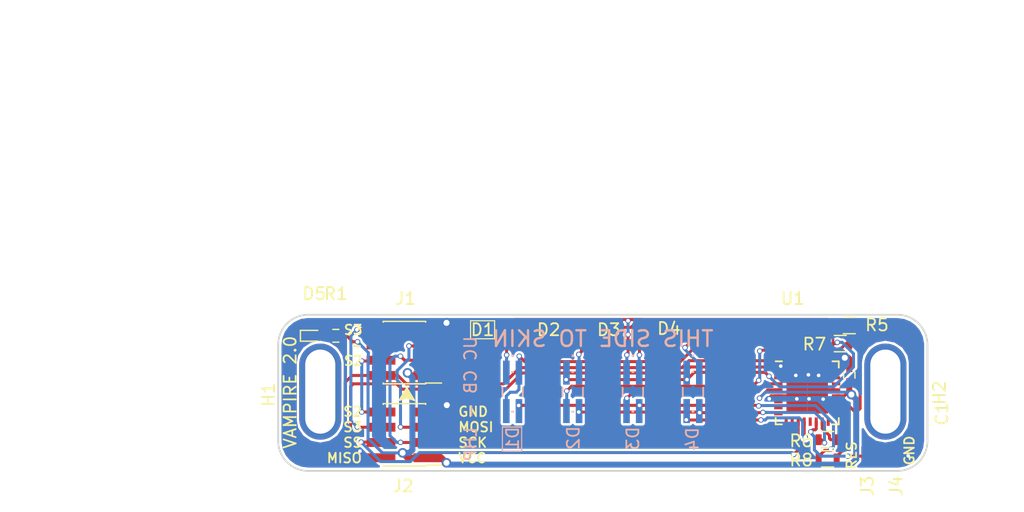
<source format=kicad_pcb>
(kicad_pcb (version 20171130) (host pcbnew 5.0.1)

  (general
    (thickness 1.6)
    (drawings 64)
    (tracks 396)
    (zones 0)
    (modules 18)
    (nets 26)
  )

  (page A4)
  (layers
    (0 F.Cu signal)
    (31 B.Cu signal)
    (32 B.Adhes user)
    (33 F.Adhes user)
    (34 B.Paste user)
    (35 F.Paste user)
    (36 B.SilkS user)
    (37 F.SilkS user)
    (38 B.Mask user)
    (39 F.Mask user)
    (40 Dwgs.User user)
    (41 Cmts.User user)
    (42 Eco1.User user)
    (43 Eco2.User user)
    (44 Edge.Cuts user)
    (45 Margin user)
    (46 B.CrtYd user)
    (47 F.CrtYd user)
    (48 B.Fab user)
    (49 F.Fab user)
  )

  (setup
    (last_trace_width 0.25)
    (user_trace_width 0.2)
    (user_trace_width 0.5)
    (trace_clearance 0.2)
    (zone_clearance 0.2)
    (zone_45_only no)
    (trace_min 0.2)
    (segment_width 0.1)
    (edge_width 0.15)
    (via_size 0.8)
    (via_drill 0.4)
    (via_min_size 0.4)
    (via_min_drill 0.3)
    (user_via 0.45 0.3)
    (user_via 0.8 0.5)
    (uvia_size 0.3)
    (uvia_drill 0.1)
    (uvias_allowed no)
    (uvia_min_size 0.2)
    (uvia_min_drill 0.1)
    (pcb_text_width 0.3)
    (pcb_text_size 1.5 1.5)
    (mod_edge_width 0.15)
    (mod_text_size 1 1)
    (mod_text_width 0.15)
    (pad_size 1.524 1.524)
    (pad_drill 0.762)
    (pad_to_mask_clearance 0.051)
    (solder_mask_min_width 0.25)
    (aux_axis_origin 0 0)
    (visible_elements FFFDFF7F)
    (pcbplotparams
      (layerselection 0x010fc_ffffffff)
      (usegerberextensions false)
      (usegerberattributes false)
      (usegerberadvancedattributes false)
      (creategerberjobfile false)
      (excludeedgelayer true)
      (linewidth 0.100000)
      (plotframeref false)
      (viasonmask false)
      (mode 1)
      (useauxorigin false)
      (hpglpennumber 1)
      (hpglpenspeed 20)
      (hpglpendiameter 15.000000)
      (psnegative false)
      (psa4output false)
      (plotreference true)
      (plotvalue true)
      (plotinvisibletext false)
      (padsonsilk false)
      (subtractmaskfromsilk false)
      (outputformat 1)
      (mirror false)
      (drillshape 0)
      (scaleselection 1)
      (outputdirectory "jake_small_1/"))
  )

  (net 0 "")
  (net 1 GND)
  (net 2 VCC)
  (net 3 /C7)
  (net 4 /B_1a)
  (net 5 /A_2a)
  (net 6 /C5)
  (net 7 /A_1a)
  (net 8 /B_2a)
  (net 9 /C6)
  (net 10 /C4)
  (net 11 /C3)
  (net 12 /C1)
  (net 13 /C2)
  (net 14 /nSS3)
  (net 15 /nSS1)
  (net 16 /nSS)
  (net 17 /SCK)
  (net 18 /MOSI)
  (net 19 /MISO)
  (net 20 /nRES)
  (net 21 /B_1)
  (net 22 /A_1)
  (net 23 /B_2)
  (net 24 /A_2)
  (net 25 "Net-(D5-Pad2)")

  (net_class Default "This is the default net class."
    (clearance 0.2)
    (trace_width 0.25)
    (via_dia 0.8)
    (via_drill 0.4)
    (uvia_dia 0.3)
    (uvia_drill 0.1)
    (add_net /A_1)
    (add_net /A_1a)
    (add_net /A_2)
    (add_net /A_2a)
    (add_net /B_1)
    (add_net /B_1a)
    (add_net /B_2)
    (add_net /B_2a)
    (add_net /C1)
    (add_net /C2)
    (add_net /C3)
    (add_net /C4)
    (add_net /C5)
    (add_net /C6)
    (add_net /C7)
    (add_net /MISO)
    (add_net /MOSI)
    (add_net /SCK)
    (add_net /nRES)
    (add_net /nSS)
    (add_net /nSS1)
    (add_net /nSS3)
    (add_net GND)
    (add_net "Net-(D5-Pad2)")
    (add_net VCC)
  )

  (net_class pcbway ""
    (clearance 0.2)
    (trace_width 0.2)
    (via_dia 0.45)
    (via_drill 0.3)
    (uvia_dia 0.3)
    (uvia_drill 0.1)
  )

  (module misc-comp2:LED-4PIN-XZM2MRTNI55W (layer B.Cu) (tedit 5B59271F) (tstamp 5BFFD34D)
    (at 145 46.918048 270)
    (path /5C01F42F)
    (fp_text reference D2 (at 3.831952 -0.05 270) (layer B.SilkS)
      (effects (font (size 1 1) (thickness 0.15)) (justify mirror))
    )
    (fp_text value LED_Dual_CAAC (at 0 -2 270) (layer B.Fab)
      (effects (font (size 1 1) (thickness 0.15)) (justify mirror))
    )
    (fp_line (start 2.75 -0.95) (end 2.75 0.95) (layer B.CrtYd) (width 0.05))
    (fp_line (start -2.75 -0.95) (end 2.75 -0.95) (layer B.CrtYd) (width 0.05))
    (fp_line (start -2.75 0.95) (end -2.75 -0.95) (layer B.CrtYd) (width 0.05))
    (fp_line (start 2.75 0.95) (end -2.75 0.95) (layer B.CrtYd) (width 0.05))
    (fp_line (start 1.65 0.05) (end 1.65 -0.05) (layer B.SilkS) (width 0.15))
    (fp_line (start -1.65 -0.05) (end -1.65 0.05) (layer B.SilkS) (width 0.15))
    (fp_line (start 0.35 -0.85) (end -0.35 -0.85) (layer B.SilkS) (width 0.15))
    (fp_line (start 0.35 0.85) (end -0.35 0.85) (layer B.SilkS) (width 0.15))
    (pad ~ smd rect (at -3 0 270) (size 0.2 0.2) (layers B.SilkS))
    (pad 4 smd rect (at -1.6 -0.525 270) (size 2 0.55) (layers B.Cu B.Paste B.Mask)
      (net 6 /C5) (solder_mask_margin 0.1) (solder_paste_margin -0.1))
    (pad 2 smd rect (at -1.6 0.525 270) (size 2 0.55) (layers B.Cu B.Paste B.Mask)
      (net 7 /A_1a) (solder_mask_margin 0.1) (solder_paste_margin -0.1))
    (pad 3 smd rect (at 1.6 -0.525 270) (size 2 0.55) (layers B.Cu B.Paste B.Mask)
      (net 8 /B_2a) (solder_mask_margin 0.1) (solder_paste_margin -0.1))
    (pad 1 smd rect (at 1.6 0.525 270) (size 2 0.55) (layers B.Cu B.Paste B.Mask)
      (net 9 /C6) (solder_mask_margin 0.1) (solder_paste_margin -0.1))
  )

  (module Pin_Headers:Pin_Header_Straight_2x04_Pitch1.27mm_SMD (layer F.Cu) (tedit 59650536) (tstamp 5BFF7E88)
    (at 131 50.5 180)
    (descr "surface-mounted straight pin header, 2x04, 1.27mm pitch, double rows")
    (tags "Surface mounted pin header SMD 2x04 1.27mm double row")
    (path /5BFF9881)
    (attr smd)
    (fp_text reference J2 (at 0.1 -4.25 180) (layer F.SilkS)
      (effects (font (size 1 1) (thickness 0.15)))
    )
    (fp_text value Conn_01x08 (at 0 3.6 180) (layer F.Fab)
      (effects (font (size 1 1) (thickness 0.15)))
    )
    (fp_line (start 1.705 2.54) (end -1.705 2.54) (layer F.Fab) (width 0.1))
    (fp_line (start -1.27 -2.54) (end 1.705 -2.54) (layer F.Fab) (width 0.1))
    (fp_line (start -1.705 2.54) (end -1.705 -2.105) (layer F.Fab) (width 0.1))
    (fp_line (start -1.705 -2.105) (end -1.27 -2.54) (layer F.Fab) (width 0.1))
    (fp_line (start 1.705 -2.54) (end 1.705 2.54) (layer F.Fab) (width 0.1))
    (fp_line (start -1.705 -2.105) (end -2.75 -2.105) (layer F.Fab) (width 0.1))
    (fp_line (start -2.75 -2.105) (end -2.75 -1.705) (layer F.Fab) (width 0.1))
    (fp_line (start -2.75 -1.705) (end -1.705 -1.705) (layer F.Fab) (width 0.1))
    (fp_line (start 1.705 -2.105) (end 2.75 -2.105) (layer F.Fab) (width 0.1))
    (fp_line (start 2.75 -2.105) (end 2.75 -1.705) (layer F.Fab) (width 0.1))
    (fp_line (start 2.75 -1.705) (end 1.705 -1.705) (layer F.Fab) (width 0.1))
    (fp_line (start -1.705 -0.835) (end -2.75 -0.835) (layer F.Fab) (width 0.1))
    (fp_line (start -2.75 -0.835) (end -2.75 -0.435) (layer F.Fab) (width 0.1))
    (fp_line (start -2.75 -0.435) (end -1.705 -0.435) (layer F.Fab) (width 0.1))
    (fp_line (start 1.705 -0.835) (end 2.75 -0.835) (layer F.Fab) (width 0.1))
    (fp_line (start 2.75 -0.835) (end 2.75 -0.435) (layer F.Fab) (width 0.1))
    (fp_line (start 2.75 -0.435) (end 1.705 -0.435) (layer F.Fab) (width 0.1))
    (fp_line (start -1.705 0.435) (end -2.75 0.435) (layer F.Fab) (width 0.1))
    (fp_line (start -2.75 0.435) (end -2.75 0.835) (layer F.Fab) (width 0.1))
    (fp_line (start -2.75 0.835) (end -1.705 0.835) (layer F.Fab) (width 0.1))
    (fp_line (start 1.705 0.435) (end 2.75 0.435) (layer F.Fab) (width 0.1))
    (fp_line (start 2.75 0.435) (end 2.75 0.835) (layer F.Fab) (width 0.1))
    (fp_line (start 2.75 0.835) (end 1.705 0.835) (layer F.Fab) (width 0.1))
    (fp_line (start -1.705 1.705) (end -2.75 1.705) (layer F.Fab) (width 0.1))
    (fp_line (start -2.75 1.705) (end -2.75 2.105) (layer F.Fab) (width 0.1))
    (fp_line (start -2.75 2.105) (end -1.705 2.105) (layer F.Fab) (width 0.1))
    (fp_line (start 1.705 1.705) (end 2.75 1.705) (layer F.Fab) (width 0.1))
    (fp_line (start 2.75 1.705) (end 2.75 2.105) (layer F.Fab) (width 0.1))
    (fp_line (start 2.75 2.105) (end 1.705 2.105) (layer F.Fab) (width 0.1))
    (fp_line (start -1.765 -2.6) (end 1.765 -2.6) (layer F.SilkS) (width 0.12))
    (fp_line (start -1.765 2.6) (end 1.765 2.6) (layer F.SilkS) (width 0.12))
    (fp_line (start -3.09 -2.535) (end -1.765 -2.535) (layer F.SilkS) (width 0.12))
    (fp_line (start -1.765 -2.6) (end -1.765 -2.535) (layer F.SilkS) (width 0.12))
    (fp_line (start 1.765 -2.6) (end 1.765 -2.535) (layer F.SilkS) (width 0.12))
    (fp_line (start -1.765 2.535) (end -1.765 2.6) (layer F.SilkS) (width 0.12))
    (fp_line (start 1.765 2.535) (end 1.765 2.6) (layer F.SilkS) (width 0.12))
    (fp_line (start -4.3 -3.05) (end -4.3 3.05) (layer F.CrtYd) (width 0.05))
    (fp_line (start -4.3 3.05) (end 4.3 3.05) (layer F.CrtYd) (width 0.05))
    (fp_line (start 4.3 3.05) (end 4.3 -3.05) (layer F.CrtYd) (width 0.05))
    (fp_line (start 4.3 -3.05) (end -4.3 -3.05) (layer F.CrtYd) (width 0.05))
    (fp_text user %R (at 0 0 90) (layer F.Fab)
      (effects (font (size 1 1) (thickness 0.15)))
    )
    (pad 1 smd rect (at -1.95 -1.905 180) (size 2.4 0.74) (layers F.Cu F.Paste F.Mask)
      (net 2 VCC))
    (pad 2 smd rect (at 1.95 -1.905 180) (size 2.4 0.74) (layers F.Cu F.Paste F.Mask)
      (net 19 /MISO))
    (pad 3 smd rect (at -1.95 -0.635 180) (size 2.4 0.74) (layers F.Cu F.Paste F.Mask)
      (net 17 /SCK))
    (pad 4 smd rect (at 1.95 -0.635 180) (size 2.4 0.74) (layers F.Cu F.Paste F.Mask)
      (net 16 /nSS))
    (pad 5 smd rect (at -1.95 0.635 180) (size 2.4 0.74) (layers F.Cu F.Paste F.Mask)
      (net 18 /MOSI))
    (pad 6 smd rect (at 1.95 0.635 180) (size 2.4 0.74) (layers F.Cu F.Paste F.Mask)
      (net 15 /nSS1))
    (pad 7 smd rect (at -1.95 1.905 180) (size 2.4 0.74) (layers F.Cu F.Paste F.Mask)
      (net 1 GND))
    (pad 8 smd rect (at 1.95 1.905 180) (size 2.4 0.74) (layers F.Cu F.Paste F.Mask)
      (net 14 /nSS3))
    (model ${KISYS3DMOD}/Pin_Headers.3dshapes/Pin_Header_Straight_2x04_Pitch1.27mm_SMD.wrl
      (at (xyz 0 0 0))
      (scale (xyz 1 1 1))
      (rotate (xyz 0 0 0))
    )
  )

  (module Pin_Headers:Pin_Header_Straight_2x04_Pitch1.27mm_SMD (layer F.Cu) (tedit 5C046132) (tstamp 5BFF6F7C)
    (at 131 43.65 180)
    (descr "surface-mounted straight pin header, 2x04, 1.27mm pitch, double rows")
    (tags "Surface mounted pin header SMD 2x04 1.27mm double row")
    (path /5BFF98CB)
    (attr smd)
    (fp_text reference J1 (at -0.1 4.5 180) (layer F.SilkS)
      (effects (font (size 1 1) (thickness 0.15)))
    )
    (fp_text value Conn_01x08 (at 0 3.6 180) (layer F.Fab)
      (effects (font (size 1 1) (thickness 0.15)))
    )
    (fp_text user %R (at 0 0 90) (layer F.Fab)
      (effects (font (size 1 1) (thickness 0.15)))
    )
    (fp_line (start 4.3 -3.05) (end -4.3 -3.05) (layer F.CrtYd) (width 0.05))
    (fp_line (start 4.3 3.05) (end 4.3 -3.05) (layer F.CrtYd) (width 0.05))
    (fp_line (start -4.3 3.05) (end 4.3 3.05) (layer F.CrtYd) (width 0.05))
    (fp_line (start -4.3 -3.05) (end -4.3 3.05) (layer F.CrtYd) (width 0.05))
    (fp_line (start 1.765 2.535) (end 1.765 2.6) (layer F.SilkS) (width 0.12))
    (fp_line (start -1.765 2.535) (end -1.765 2.6) (layer F.SilkS) (width 0.12))
    (fp_line (start 1.765 -2.6) (end 1.765 -2.535) (layer F.SilkS) (width 0.12))
    (fp_line (start -1.765 -2.6) (end -1.765 -2.535) (layer F.SilkS) (width 0.12))
    (fp_line (start -3.09 -2.535) (end -1.765 -2.535) (layer F.SilkS) (width 0.12))
    (fp_line (start -1.765 2.6) (end 1.765 2.6) (layer F.SilkS) (width 0.12))
    (fp_line (start -1.765 -2.6) (end 1.765 -2.6) (layer F.SilkS) (width 0.12))
    (fp_line (start 2.75 2.105) (end 1.705 2.105) (layer F.Fab) (width 0.1))
    (fp_line (start 2.75 1.705) (end 2.75 2.105) (layer F.Fab) (width 0.1))
    (fp_line (start 1.705 1.705) (end 2.75 1.705) (layer F.Fab) (width 0.1))
    (fp_line (start -2.75 2.105) (end -1.705 2.105) (layer F.Fab) (width 0.1))
    (fp_line (start -2.75 1.705) (end -2.75 2.105) (layer F.Fab) (width 0.1))
    (fp_line (start -1.705 1.705) (end -2.75 1.705) (layer F.Fab) (width 0.1))
    (fp_line (start 2.75 0.835) (end 1.705 0.835) (layer F.Fab) (width 0.1))
    (fp_line (start 2.75 0.435) (end 2.75 0.835) (layer F.Fab) (width 0.1))
    (fp_line (start 1.705 0.435) (end 2.75 0.435) (layer F.Fab) (width 0.1))
    (fp_line (start -2.75 0.835) (end -1.705 0.835) (layer F.Fab) (width 0.1))
    (fp_line (start -2.75 0.435) (end -2.75 0.835) (layer F.Fab) (width 0.1))
    (fp_line (start -1.705 0.435) (end -2.75 0.435) (layer F.Fab) (width 0.1))
    (fp_line (start 2.75 -0.435) (end 1.705 -0.435) (layer F.Fab) (width 0.1))
    (fp_line (start 2.75 -0.835) (end 2.75 -0.435) (layer F.Fab) (width 0.1))
    (fp_line (start 1.705 -0.835) (end 2.75 -0.835) (layer F.Fab) (width 0.1))
    (fp_line (start -2.75 -0.435) (end -1.705 -0.435) (layer F.Fab) (width 0.1))
    (fp_line (start -2.75 -0.835) (end -2.75 -0.435) (layer F.Fab) (width 0.1))
    (fp_line (start -1.705 -0.835) (end -2.75 -0.835) (layer F.Fab) (width 0.1))
    (fp_line (start 2.75 -1.705) (end 1.705 -1.705) (layer F.Fab) (width 0.1))
    (fp_line (start 2.75 -2.105) (end 2.75 -1.705) (layer F.Fab) (width 0.1))
    (fp_line (start 1.705 -2.105) (end 2.75 -2.105) (layer F.Fab) (width 0.1))
    (fp_line (start -2.75 -1.705) (end -1.705 -1.705) (layer F.Fab) (width 0.1))
    (fp_line (start -2.75 -2.105) (end -2.75 -1.705) (layer F.Fab) (width 0.1))
    (fp_line (start -1.705 -2.105) (end -2.75 -2.105) (layer F.Fab) (width 0.1))
    (fp_line (start 1.705 -2.54) (end 1.705 2.54) (layer F.Fab) (width 0.1))
    (fp_line (start -1.705 -2.105) (end -1.27 -2.54) (layer F.Fab) (width 0.1))
    (fp_line (start -1.705 2.54) (end -1.705 -2.105) (layer F.Fab) (width 0.1))
    (fp_line (start -1.27 -2.54) (end 1.705 -2.54) (layer F.Fab) (width 0.1))
    (fp_line (start 1.705 2.54) (end -1.705 2.54) (layer F.Fab) (width 0.1))
    (pad 8 smd rect (at 1.95 1.905 180) (size 2.4 0.74) (layers F.Cu F.Paste F.Mask)
      (net 15 /nSS1))
    (pad 7 smd rect (at -1.95 1.905 180) (size 2.4 0.74) (layers F.Cu F.Paste F.Mask)
      (net 1 GND))
    (pad 6 smd rect (at 1.95 0.635 180) (size 2.4 0.74) (layers F.Cu F.Paste F.Mask))
    (pad 5 smd rect (at -1.95 0.635 180) (size 2.4 0.74) (layers F.Cu F.Paste F.Mask)
      (net 18 /MOSI))
    (pad 4 smd rect (at 1.95 -0.635 180) (size 2.4 0.74) (layers F.Cu F.Paste F.Mask)
      (net 14 /nSS3))
    (pad 3 smd rect (at -1.95 -0.635 180) (size 2.4 0.74) (layers F.Cu F.Paste F.Mask)
      (net 17 /SCK))
    (pad 2 smd rect (at 1.95 -1.905 180) (size 2.4 0.74) (layers F.Cu F.Paste F.Mask)
      (net 19 /MISO))
    (pad 1 smd rect (at -1.95 -1.905 180) (size 2.4 0.74) (layers F.Cu F.Paste F.Mask)
      (net 2 VCC))
    (model ${KISYS3DMOD}/Pin_Headers.3dshapes/Pin_Header_Straight_2x04_Pitch1.27mm_SMD.wrl
      (at (xyz 0 0 0))
      (scale (xyz 1 1 1))
      (rotate (xyz 0 0 0))
    )
  )

  (module Resistors_SMD:R_0603 (layer F.Cu) (tedit 58E0A804) (tstamp 5C007570)
    (at 166.2 52.5 180)
    (descr "Resistor SMD 0603, reflow soldering, Vishay (see dcrcw.pdf)")
    (tags "resistor 0603")
    (path /5C0251CE)
    (attr smd)
    (fp_text reference R8 (at 2.2 -0.1 180) (layer F.SilkS)
      (effects (font (size 1 1) (thickness 0.15)))
    )
    (fp_text value 70R (at 0 1.5 180) (layer F.Fab)
      (effects (font (size 1 1) (thickness 0.15)))
    )
    (fp_line (start 1.25 0.7) (end -1.25 0.7) (layer F.CrtYd) (width 0.05))
    (fp_line (start 1.25 0.7) (end 1.25 -0.7) (layer F.CrtYd) (width 0.05))
    (fp_line (start -1.25 -0.7) (end -1.25 0.7) (layer F.CrtYd) (width 0.05))
    (fp_line (start -1.25 -0.7) (end 1.25 -0.7) (layer F.CrtYd) (width 0.05))
    (fp_line (start -0.5 -0.68) (end 0.5 -0.68) (layer F.SilkS) (width 0.12))
    (fp_line (start 0.5 0.68) (end -0.5 0.68) (layer F.SilkS) (width 0.12))
    (fp_line (start -0.8 -0.4) (end 0.8 -0.4) (layer F.Fab) (width 0.1))
    (fp_line (start 0.8 -0.4) (end 0.8 0.4) (layer F.Fab) (width 0.1))
    (fp_line (start 0.8 0.4) (end -0.8 0.4) (layer F.Fab) (width 0.1))
    (fp_line (start -0.8 0.4) (end -0.8 -0.4) (layer F.Fab) (width 0.1))
    (fp_text user %R (at 0 0 180) (layer F.Fab)
      (effects (font (size 0.4 0.4) (thickness 0.075)))
    )
    (pad 2 smd rect (at 0.75 0 180) (size 0.5 0.9) (layers F.Cu F.Paste F.Mask)
      (net 4 /B_1a))
    (pad 1 smd rect (at -0.75 0 180) (size 0.5 0.9) (layers F.Cu F.Paste F.Mask)
      (net 24 /A_2))
    (model ${KISYS3DMOD}/Resistors_SMD.3dshapes/R_0603.wrl
      (at (xyz 0 0 0))
      (scale (xyz 1 1 1))
      (rotate (xyz 0 0 0))
    )
  )

  (module Resistors_SMD:R_0603 (layer F.Cu) (tedit 58E0A804) (tstamp 5C046E2D)
    (at 166.2 50.9 180)
    (descr "Resistor SMD 0603, reflow soldering, Vishay (see dcrcw.pdf)")
    (tags "resistor 0603")
    (path /5C0250E4)
    (attr smd)
    (fp_text reference R6 (at 2.2 -0.1 180) (layer F.SilkS)
      (effects (font (size 1 1) (thickness 0.15)))
    )
    (fp_text value 70R (at 0 1.5 180) (layer F.Fab)
      (effects (font (size 1 1) (thickness 0.15)))
    )
    (fp_text user %R (at 0 0 180) (layer F.Fab)
      (effects (font (size 0.4 0.4) (thickness 0.075)))
    )
    (fp_line (start -0.8 0.4) (end -0.8 -0.4) (layer F.Fab) (width 0.1))
    (fp_line (start 0.8 0.4) (end -0.8 0.4) (layer F.Fab) (width 0.1))
    (fp_line (start 0.8 -0.4) (end 0.8 0.4) (layer F.Fab) (width 0.1))
    (fp_line (start -0.8 -0.4) (end 0.8 -0.4) (layer F.Fab) (width 0.1))
    (fp_line (start 0.5 0.68) (end -0.5 0.68) (layer F.SilkS) (width 0.12))
    (fp_line (start -0.5 -0.68) (end 0.5 -0.68) (layer F.SilkS) (width 0.12))
    (fp_line (start -1.25 -0.7) (end 1.25 -0.7) (layer F.CrtYd) (width 0.05))
    (fp_line (start -1.25 -0.7) (end -1.25 0.7) (layer F.CrtYd) (width 0.05))
    (fp_line (start 1.25 0.7) (end 1.25 -0.7) (layer F.CrtYd) (width 0.05))
    (fp_line (start 1.25 0.7) (end -1.25 0.7) (layer F.CrtYd) (width 0.05))
    (pad 1 smd rect (at -0.75 0 180) (size 0.5 0.9) (layers F.Cu F.Paste F.Mask)
      (net 22 /A_1))
    (pad 2 smd rect (at 0.75 0 180) (size 0.5 0.9) (layers F.Cu F.Paste F.Mask)
      (net 8 /B_2a))
    (model ${KISYS3DMOD}/Resistors_SMD.3dshapes/R_0603.wrl
      (at (xyz 0 0 0))
      (scale (xyz 1 1 1))
      (rotate (xyz 0 0 0))
    )
  )

  (module Capacitors_SMD:C_0402 (layer F.Cu) (tedit 58AA841A) (tstamp 5BFF748F)
    (at 168 45.525 90)
    (descr "Capacitor SMD 0402, reflow soldering, AVX (see smccp.pdf)")
    (tags "capacitor 0402")
    (path /5C0047A2)
    (attr smd)
    (fp_text reference C1 (at -3.225 7.7 90) (layer F.SilkS)
      (effects (font (size 1 1) (thickness 0.15)))
    )
    (fp_text value 100uF (at 0 1.27 90) (layer F.Fab)
      (effects (font (size 1 1) (thickness 0.15)))
    )
    (fp_line (start 1 0.4) (end -1 0.4) (layer F.CrtYd) (width 0.05))
    (fp_line (start 1 0.4) (end 1 -0.4) (layer F.CrtYd) (width 0.05))
    (fp_line (start -1 -0.4) (end -1 0.4) (layer F.CrtYd) (width 0.05))
    (fp_line (start -1 -0.4) (end 1 -0.4) (layer F.CrtYd) (width 0.05))
    (fp_line (start -0.25 0.47) (end 0.25 0.47) (layer F.SilkS) (width 0.12))
    (fp_line (start 0.25 -0.47) (end -0.25 -0.47) (layer F.SilkS) (width 0.12))
    (fp_line (start -0.5 -0.25) (end 0.5 -0.25) (layer F.Fab) (width 0.1))
    (fp_line (start 0.5 -0.25) (end 0.5 0.25) (layer F.Fab) (width 0.1))
    (fp_line (start 0.5 0.25) (end -0.5 0.25) (layer F.Fab) (width 0.1))
    (fp_line (start -0.5 0.25) (end -0.5 -0.25) (layer F.Fab) (width 0.1))
    (fp_text user %R (at 0 -1.27 90) (layer F.Fab)
      (effects (font (size 1 1) (thickness 0.15)))
    )
    (pad 2 smd rect (at 0.55 0 90) (size 0.6 0.5) (layers F.Cu F.Paste F.Mask)
      (net 1 GND))
    (pad 1 smd rect (at -0.55 0 90) (size 0.6 0.5) (layers F.Cu F.Paste F.Mask)
      (net 2 VCC))
    (model Capacitors_SMD.3dshapes/C_0402.wrl
      (at (xyz 0 0 0))
      (scale (xyz 1 1 1))
      (rotate (xyz 0 0 0))
    )
  )

  (module misc-comp2:LED-4PIN-XZM2MRTNI55W (layer B.Cu) (tedit 5B59271F) (tstamp 5C04D1CF)
    (at 140 46.918048 270)
    (path /5C01F19D)
    (fp_text reference D1 (at 3.881952 0 270) (layer B.SilkS)
      (effects (font (size 1 1) (thickness 0.15)) (justify mirror))
    )
    (fp_text value LED_Dual_CAAC (at 0 -2 270) (layer B.Fab)
      (effects (font (size 1 1) (thickness 0.15)) (justify mirror))
    )
    (fp_line (start 0.35 0.85) (end -0.35 0.85) (layer B.SilkS) (width 0.15))
    (fp_line (start 0.35 -0.85) (end -0.35 -0.85) (layer B.SilkS) (width 0.15))
    (fp_line (start -1.65 -0.05) (end -1.65 0.05) (layer B.SilkS) (width 0.15))
    (fp_line (start 1.65 0.05) (end 1.65 -0.05) (layer B.SilkS) (width 0.15))
    (fp_line (start 2.75 0.95) (end -2.75 0.95) (layer B.CrtYd) (width 0.05))
    (fp_line (start -2.75 0.95) (end -2.75 -0.95) (layer B.CrtYd) (width 0.05))
    (fp_line (start -2.75 -0.95) (end 2.75 -0.95) (layer B.CrtYd) (width 0.05))
    (fp_line (start 2.75 -0.95) (end 2.75 0.95) (layer B.CrtYd) (width 0.05))
    (pad 1 smd rect (at 1.6 0.525 270) (size 2 0.55) (layers B.Cu B.Paste B.Mask)
      (net 3 /C7) (solder_mask_margin 0.1) (solder_paste_margin -0.1))
    (pad 3 smd rect (at 1.6 -0.525 270) (size 2 0.55) (layers B.Cu B.Paste B.Mask)
      (net 4 /B_1a) (solder_mask_margin 0.1) (solder_paste_margin -0.1))
    (pad 2 smd rect (at -1.6 0.525 270) (size 2 0.55) (layers B.Cu B.Paste B.Mask)
      (net 5 /A_2a) (solder_mask_margin 0.1) (solder_paste_margin -0.1))
    (pad 4 smd rect (at -1.6 -0.525 270) (size 2 0.55) (layers B.Cu B.Paste B.Mask)
      (net 3 /C7) (solder_mask_margin 0.1) (solder_paste_margin -0.1))
    (pad ~ smd rect (at -3 0 270) (size 0.2 0.2) (layers B.SilkS))
  )

  (module misc-comp2:LED-4PIN-XZM2MRTNI55W (layer B.Cu) (tedit 5B59271F) (tstamp 5BFFB569)
    (at 150 46.918048 270)
    (path /5C01F47F)
    (fp_text reference D3 (at 3.881952 0 270) (layer B.SilkS)
      (effects (font (size 1 1) (thickness 0.15)) (justify mirror))
    )
    (fp_text value LED_Dual_CAAC (at 0 -2 270) (layer B.Fab)
      (effects (font (size 1 1) (thickness 0.15)) (justify mirror))
    )
    (fp_line (start 0.35 0.85) (end -0.35 0.85) (layer B.SilkS) (width 0.15))
    (fp_line (start 0.35 -0.85) (end -0.35 -0.85) (layer B.SilkS) (width 0.15))
    (fp_line (start -1.65 -0.05) (end -1.65 0.05) (layer B.SilkS) (width 0.15))
    (fp_line (start 1.65 0.05) (end 1.65 -0.05) (layer B.SilkS) (width 0.15))
    (fp_line (start 2.75 0.95) (end -2.75 0.95) (layer B.CrtYd) (width 0.05))
    (fp_line (start -2.75 0.95) (end -2.75 -0.95) (layer B.CrtYd) (width 0.05))
    (fp_line (start -2.75 -0.95) (end 2.75 -0.95) (layer B.CrtYd) (width 0.05))
    (fp_line (start 2.75 -0.95) (end 2.75 0.95) (layer B.CrtYd) (width 0.05))
    (pad 1 smd rect (at 1.6 0.525 270) (size 2 0.55) (layers B.Cu B.Paste B.Mask)
      (net 10 /C4) (solder_mask_margin 0.1) (solder_paste_margin -0.1))
    (pad 3 smd rect (at 1.6 -0.525 270) (size 2 0.55) (layers B.Cu B.Paste B.Mask)
      (net 4 /B_1a) (solder_mask_margin 0.1) (solder_paste_margin -0.1))
    (pad 2 smd rect (at -1.6 0.525 270) (size 2 0.55) (layers B.Cu B.Paste B.Mask)
      (net 5 /A_2a) (solder_mask_margin 0.1) (solder_paste_margin -0.1))
    (pad 4 smd rect (at -1.6 -0.525 270) (size 2 0.55) (layers B.Cu B.Paste B.Mask)
      (net 11 /C3) (solder_mask_margin 0.1) (solder_paste_margin -0.1))
    (pad ~ smd rect (at -3 0 270) (size 0.2 0.2) (layers B.SilkS))
  )

  (module misc-comp2:LED-4PIN-XZM2MRTNI55W (layer B.Cu) (tedit 5BFFC526) (tstamp 5BFFB599)
    (at 155 46.918048 270)
    (path /5C01F4C1)
    (fp_text reference D4 (at 3.931952 0.05 270) (layer B.SilkS)
      (effects (font (size 1 1) (thickness 0.15)) (justify mirror))
    )
    (fp_text value LED_Dual_CAAC (at 0 -2 270) (layer B.Fab)
      (effects (font (size 1 1) (thickness 0.15)) (justify mirror))
    )
    (fp_line (start 2.75 -0.95) (end 2.75 0.95) (layer B.CrtYd) (width 0.05))
    (fp_line (start -2.75 -0.95) (end 2.75 -0.95) (layer B.CrtYd) (width 0.05))
    (fp_line (start -2.75 0.95) (end -2.75 -0.95) (layer B.CrtYd) (width 0.05))
    (fp_line (start 2.75 0.95) (end -2.75 0.95) (layer B.CrtYd) (width 0.05))
    (fp_line (start 1.65 0.05) (end 1.65 -0.05) (layer B.SilkS) (width 0.15))
    (fp_line (start -1.65 -0.05) (end -1.65 0.05) (layer B.SilkS) (width 0.15))
    (fp_line (start 0.35 -0.85) (end -0.35 -0.85) (layer B.SilkS) (width 0.15))
    (fp_line (start 0.35 0.85) (end -0.35 0.85) (layer B.SilkS) (width 0.15))
    (pad ~ smd rect (at -3 0 270) (size 0.2 0.2) (layers B.SilkS))
    (pad 4 smd rect (at -1.6 -0.525 270) (size 2 0.55) (layers B.Cu B.Paste B.Mask)
      (net 12 /C1) (solder_mask_margin 0.1) (solder_paste_margin -0.1))
    (pad 2 smd rect (at -1.6 0.525 270) (size 2 0.55) (layers B.Cu B.Paste B.Mask)
      (net 7 /A_1a) (solder_mask_margin 0.1) (solder_paste_margin -0.1))
    (pad 3 smd rect (at 1.6 -0.525 270) (size 2 0.55) (layers B.Cu B.Paste B.Mask)
      (net 8 /B_2a) (solder_mask_margin 0.1) (solder_paste_margin -0.1))
    (pad 1 smd rect (at 1.6 0.525 270) (size 2 0.55) (layers B.Cu B.Paste B.Mask)
      (net 13 /C2) (solder_mask_margin 0.1) (solder_paste_margin -0.1))
  )

  (module misc-comp2:MountingHole-10x5-oval (layer F.Cu) (tedit 5BFF6512) (tstamp 5BFF735C)
    (at 124 47 90)
    (path /5C0246D6)
    (fp_text reference H1 (at -0.15 -4.3 90) (layer F.SilkS)
      (effects (font (size 1 1) (thickness 0.15)))
    )
    (fp_text value MountingHole (at 0 4.5 90) (layer F.Fab)
      (effects (font (size 1 1) (thickness 0.15)))
    )
    (pad "" np_thru_hole oval (at 0.1 0 90) (size 8 3.5) (drill oval 7 2.5) (layers *.Cu *.Mask))
  )

  (module misc-comp2:MountingHole-10x5-oval (layer F.Cu) (tedit 5BFF6512) (tstamp 5BFF733E)
    (at 171 47 90)
    (path /5C024720)
    (fp_text reference H2 (at 0 4.5 90) (layer F.SilkS)
      (effects (font (size 1 1) (thickness 0.15)))
    )
    (fp_text value MountingHole (at 0 4.5 90) (layer F.Fab)
      (effects (font (size 1 1) (thickness 0.15)))
    )
    (pad "" np_thru_hole oval (at 0.1 0 90) (size 8 3.5) (drill oval 7 2.5) (layers *.Cu *.Mask))
  )

  (module Housings_DFN_QFN:QFN-32-1EP_5x5mm_Pitch0.5mm (layer F.Cu) (tedit 5C008207) (tstamp 5BFF78DA)
    (at 164.5 47)
    (descr "UH Package; 32-Lead Plastic QFN (5mm x 5mm); (see Linear Technology QFN_32_05-08-1693.pdf)")
    (tags "QFN 0.5")
    (path /5BFF5B0B)
    (attr smd)
    (fp_text reference U1 (at -1.2 -7.85) (layer F.SilkS)
      (effects (font (size 1 1) (thickness 0.15)))
    )
    (fp_text value ATtiny167-MU (at 0 3.75) (layer F.Fab)
      (effects (font (size 1 1) (thickness 0.15)))
    )
    (fp_line (start 2.625 -2.625) (end 2.1 -2.625) (layer F.SilkS) (width 0.15))
    (fp_line (start 2.625 2.625) (end 2.1 2.625) (layer F.SilkS) (width 0.15))
    (fp_line (start -2.625 2.625) (end -2.1 2.625) (layer F.SilkS) (width 0.15))
    (fp_line (start -2.625 -2.625) (end -2.1 -2.625) (layer F.SilkS) (width 0.15))
    (fp_line (start 2.625 2.625) (end 2.625 2.1) (layer F.SilkS) (width 0.15))
    (fp_line (start -2.625 2.625) (end -2.625 2.1) (layer F.SilkS) (width 0.15))
    (fp_line (start 2.625 -2.625) (end 2.625 -2.1) (layer F.SilkS) (width 0.15))
    (fp_line (start -3 3) (end 3 3) (layer F.CrtYd) (width 0.05))
    (fp_line (start -3 -3) (end 3 -3) (layer F.CrtYd) (width 0.05))
    (fp_line (start 3 -3) (end 3 3) (layer F.CrtYd) (width 0.05))
    (fp_line (start -3 -3) (end -3 3) (layer F.CrtYd) (width 0.05))
    (fp_line (start -2.5 -1.5) (end -1.5 -2.5) (layer F.Fab) (width 0.15))
    (fp_line (start -2.5 2.5) (end -2.5 -1.5) (layer F.Fab) (width 0.15))
    (fp_line (start 2.5 2.5) (end -2.5 2.5) (layer F.Fab) (width 0.15))
    (fp_line (start 2.5 -2.5) (end 2.5 2.5) (layer F.Fab) (width 0.15))
    (fp_line (start -1.5 -2.5) (end 2.5 -2.5) (layer F.Fab) (width 0.15))
    (pad 33 smd rect (at -0.8625 -0.8625) (size 1.725 1.725) (layers F.Cu F.Paste F.Mask)
      (net 1 GND) (solder_paste_margin_ratio -0.2))
    (pad 33 smd rect (at -0.8625 0.8625) (size 1.725 1.725) (layers F.Cu F.Paste F.Mask)
      (net 1 GND) (solder_paste_margin_ratio -0.2))
    (pad 33 smd rect (at 0.8625 -0.8625) (size 1.725 1.725) (layers F.Cu F.Paste F.Mask)
      (net 1 GND) (solder_paste_margin_ratio -0.2))
    (pad 33 smd rect (at 0.8625 0.8625) (size 1.725 1.725) (layers F.Cu F.Paste F.Mask)
      (net 1 GND) (solder_paste_margin_ratio -0.2))
    (pad 32 smd rect (at -1.75 -2.4 90) (size 0.7 0.25) (layers F.Cu F.Paste F.Mask))
    (pad 31 smd rect (at -1.25 -2.4 90) (size 0.7 0.25) (layers F.Cu F.Paste F.Mask)
      (net 19 /MISO))
    (pad 30 smd rect (at -0.75 -2.4 90) (size 0.7 0.25) (layers F.Cu F.Paste F.Mask)
      (net 9 /C6))
    (pad 29 smd rect (at -0.25 -2.4 90) (size 0.7 0.25) (layers F.Cu F.Paste F.Mask)
      (net 3 /C7))
    (pad 28 smd rect (at 0.25 -2.4 90) (size 0.7 0.25) (layers F.Cu F.Paste F.Mask)
      (net 12 /C1))
    (pad 27 smd rect (at 0.75 -2.4 90) (size 0.7 0.25) (layers F.Cu F.Paste F.Mask)
      (net 11 /C3))
    (pad 26 smd rect (at 1.25 -2.4 90) (size 0.7 0.25) (layers F.Cu F.Paste F.Mask)
      (net 6 /C5))
    (pad 25 smd rect (at 1.75 -2.4 90) (size 0.7 0.25) (layers F.Cu F.Paste F.Mask)
      (net 23 /B_2))
    (pad 24 smd rect (at 2.4 -1.75) (size 0.7 0.25) (layers F.Cu F.Paste F.Mask))
    (pad 23 smd rect (at 2.4 -1.25) (size 0.7 0.25) (layers F.Cu F.Paste F.Mask))
    (pad 22 smd rect (at 2.4 -0.75) (size 0.7 0.25) (layers F.Cu F.Paste F.Mask))
    (pad 21 smd rect (at 2.4 -0.25) (size 0.7 0.25) (layers F.Cu F.Paste F.Mask)
      (net 1 GND))
    (pad 20 smd rect (at 2.4 0.25) (size 0.7 0.25) (layers F.Cu F.Paste F.Mask)
      (net 2 VCC))
    (pad 19 smd rect (at 2.4 0.75) (size 0.7 0.25) (layers F.Cu F.Paste F.Mask)
      (net 21 /B_1))
    (pad 18 smd rect (at 2.4 1.25) (size 0.7 0.25) (layers F.Cu F.Paste F.Mask)
      (net 24 /A_2))
    (pad 17 smd rect (at 2.4 1.75) (size 0.7 0.25) (layers F.Cu F.Paste F.Mask))
    (pad 16 smd rect (at 1.75 2.4 90) (size 0.7 0.25) (layers F.Cu F.Paste F.Mask))
    (pad 15 smd rect (at 1.25 2.4 90) (size 0.7 0.25) (layers F.Cu F.Paste F.Mask)
      (net 22 /A_1))
    (pad 14 smd rect (at 0.75 2.4 90) (size 0.7 0.25) (layers F.Cu F.Paste F.Mask)
      (net 20 /nRES))
    (pad 13 smd rect (at 0.25 2.4 90) (size 0.7 0.25) (layers F.Cu F.Paste F.Mask))
    (pad 12 smd rect (at -0.25 2.4 90) (size 0.7 0.25) (layers F.Cu F.Paste F.Mask)
      (net 13 /C2))
    (pad 11 smd rect (at -0.75 2.4 90) (size 0.7 0.25) (layers F.Cu F.Paste F.Mask)
      (net 16 /nSS))
    (pad 10 smd rect (at -1.25 2.4 90) (size 0.7 0.25) (layers F.Cu F.Paste F.Mask)
      (net 17 /SCK))
    (pad 9 smd rect (at -1.75 2.4 90) (size 0.7 0.25) (layers F.Cu F.Paste F.Mask)
      (net 18 /MOSI))
    (pad 8 smd rect (at -2.4 1.75) (size 0.7 0.25) (layers F.Cu F.Paste F.Mask))
    (pad 7 smd rect (at -2.4 1.25) (size 0.7 0.25) (layers F.Cu F.Paste F.Mask))
    (pad 6 smd rect (at -2.4 0.75) (size 0.7 0.25) (layers F.Cu F.Paste F.Mask))
    (pad 5 smd rect (at -2.4 0.25) (size 0.7 0.25) (layers F.Cu F.Paste F.Mask)
      (net 1 GND))
    (pad 4 smd rect (at -2.4 -0.25) (size 0.7 0.25) (layers F.Cu F.Paste F.Mask)
      (net 2 VCC))
    (pad 3 smd rect (at -2.4 -0.75) (size 0.7 0.25) (layers F.Cu F.Paste F.Mask)
      (net 10 /C4))
    (pad 2 smd rect (at -2.4 -1.25) (size 0.7 0.25) (layers F.Cu F.Paste F.Mask))
    (pad 1 smd rect (at -2.4 -1.75) (size 0.7 0.25) (layers F.Cu F.Paste F.Mask))
    (model ${KISYS3DMOD}/Housings_DFN_QFN.3dshapes/QFN-32-1EP_5x5mm_Pitch0.5mm.wrl
      (at (xyz 0 0 0))
      (scale (xyz 1 1 1))
      (rotate (xyz 0 0 0))
    )
  )

  (module Resistors_SMD:R_0603 (layer F.Cu) (tedit 58E0A804) (tstamp 5C00731E)
    (at 167.25 42.9 180)
    (descr "Resistor SMD 0603, reflow soldering, Vishay (see dcrcw.pdf)")
    (tags "resistor 0603")
    (path /5C02516C)
    (attr smd)
    (fp_text reference R7 (at 2.15 -0.05 180) (layer F.SilkS)
      (effects (font (size 1 1) (thickness 0.15)))
    )
    (fp_text value 115R (at 0 1.5 180) (layer F.Fab)
      (effects (font (size 1 1) (thickness 0.15)))
    )
    (fp_line (start 1.25 0.7) (end -1.25 0.7) (layer F.CrtYd) (width 0.05))
    (fp_line (start 1.25 0.7) (end 1.25 -0.7) (layer F.CrtYd) (width 0.05))
    (fp_line (start -1.25 -0.7) (end -1.25 0.7) (layer F.CrtYd) (width 0.05))
    (fp_line (start -1.25 -0.7) (end 1.25 -0.7) (layer F.CrtYd) (width 0.05))
    (fp_line (start -0.5 -0.68) (end 0.5 -0.68) (layer F.SilkS) (width 0.12))
    (fp_line (start 0.5 0.68) (end -0.5 0.68) (layer F.SilkS) (width 0.12))
    (fp_line (start -0.8 -0.4) (end 0.8 -0.4) (layer F.Fab) (width 0.1))
    (fp_line (start 0.8 -0.4) (end 0.8 0.4) (layer F.Fab) (width 0.1))
    (fp_line (start 0.8 0.4) (end -0.8 0.4) (layer F.Fab) (width 0.1))
    (fp_line (start -0.8 0.4) (end -0.8 -0.4) (layer F.Fab) (width 0.1))
    (fp_text user %R (at 0 0 180) (layer F.Fab)
      (effects (font (size 0.4 0.4) (thickness 0.075)))
    )
    (pad 2 smd rect (at 0.75 0 180) (size 0.5 0.9) (layers F.Cu F.Paste F.Mask)
      (net 7 /A_1a))
    (pad 1 smd rect (at -0.75 0 180) (size 0.5 0.9) (layers F.Cu F.Paste F.Mask)
      (net 23 /B_2))
    (model ${KISYS3DMOD}/Resistors_SMD.3dshapes/R_0603.wrl
      (at (xyz 0 0 0))
      (scale (xyz 1 1 1))
      (rotate (xyz 0 0 0))
    )
  )

  (module Resistors_SMD:R_0603 (layer F.Cu) (tedit 58E0A804) (tstamp 5C007374)
    (at 168 41.4 180)
    (descr "Resistor SMD 0603, reflow soldering, Vishay (see dcrcw.pdf)")
    (tags "resistor 0603")
    (path /5C024FE5)
    (attr smd)
    (fp_text reference R5 (at -2.3 0.05 180) (layer F.SilkS)
      (effects (font (size 1 1) (thickness 0.15)))
    )
    (fp_text value 115R (at 0 1.5 180) (layer F.Fab)
      (effects (font (size 1 1) (thickness 0.15)))
    )
    (fp_line (start 1.25 0.7) (end -1.25 0.7) (layer F.CrtYd) (width 0.05))
    (fp_line (start 1.25 0.7) (end 1.25 -0.7) (layer F.CrtYd) (width 0.05))
    (fp_line (start -1.25 -0.7) (end -1.25 0.7) (layer F.CrtYd) (width 0.05))
    (fp_line (start -1.25 -0.7) (end 1.25 -0.7) (layer F.CrtYd) (width 0.05))
    (fp_line (start -0.5 -0.68) (end 0.5 -0.68) (layer F.SilkS) (width 0.12))
    (fp_line (start 0.5 0.68) (end -0.5 0.68) (layer F.SilkS) (width 0.12))
    (fp_line (start -0.8 -0.4) (end 0.8 -0.4) (layer F.Fab) (width 0.1))
    (fp_line (start 0.8 -0.4) (end 0.8 0.4) (layer F.Fab) (width 0.1))
    (fp_line (start 0.8 0.4) (end -0.8 0.4) (layer F.Fab) (width 0.1))
    (fp_line (start -0.8 0.4) (end -0.8 -0.4) (layer F.Fab) (width 0.1))
    (fp_text user %R (at 0 0 180) (layer F.Fab)
      (effects (font (size 0.4 0.4) (thickness 0.075)))
    )
    (pad 2 smd rect (at 0.75 0 180) (size 0.5 0.9) (layers F.Cu F.Paste F.Mask)
      (net 5 /A_2a))
    (pad 1 smd rect (at -0.75 0 180) (size 0.5 0.9) (layers F.Cu F.Paste F.Mask)
      (net 21 /B_1))
    (model ${KISYS3DMOD}/Resistors_SMD.3dshapes/R_0603.wrl
      (at (xyz 0 0 0))
      (scale (xyz 1 1 1))
      (rotate (xyz 0 0 0))
    )
  )

  (module misc-comp2:TP_1.6mmx0.8mm (layer F.Cu) (tedit 5C008A02) (tstamp 5C008D5C)
    (at 169.4 52.25 90)
    (path /5C0381BF)
    (fp_text reference J3 (at -2.5 0.1 90) (layer F.SilkS)
      (effects (font (size 1 1) (thickness 0.15)))
    )
    (fp_text value Conn_01x01 (at 0 -1.1 90) (layer F.Fab)
      (effects (font (size 1 1) (thickness 0.15)))
    )
    (pad 1 smd rect (at 0 0 90) (size 1.6 0.8) (layers F.Cu F.Paste F.Mask)
      (net 20 /nRES))
  )

  (module LEDs:LED_0402 (layer F.Cu) (tedit 57FE9357) (tstamp 5C008DCB)
    (at 123.3 42.25)
    (descr "LED 0402 smd package")
    (tags "LED led 0402 SMD smd SMT smt smdled SMDLED smtled SMTLED")
    (path /5C039412)
    (attr smd)
    (fp_text reference D5 (at 0.2 -3.5) (layer F.SilkS)
      (effects (font (size 1 1) (thickness 0.15)))
    )
    (fp_text value LED (at 0 1.4) (layer F.Fab)
      (effects (font (size 1 1) (thickness 0.15)))
    )
    (fp_line (start -1 -0.5) (end 1 -0.5) (layer F.CrtYd) (width 0.05))
    (fp_line (start -1 0.5) (end -1 -0.5) (layer F.CrtYd) (width 0.05))
    (fp_line (start 1 0.5) (end -1 0.5) (layer F.CrtYd) (width 0.05))
    (fp_line (start 1 -0.5) (end 1 0.5) (layer F.CrtYd) (width 0.05))
    (fp_line (start -0.95 -0.45) (end 0.5 -0.45) (layer F.SilkS) (width 0.12))
    (fp_line (start -0.95 0.45) (end 0.5 0.45) (layer F.SilkS) (width 0.12))
    (fp_line (start -0.5 0.25) (end -0.5 -0.25) (layer F.Fab) (width 0.1))
    (fp_line (start -0.5 -0.25) (end 0.5 -0.25) (layer F.Fab) (width 0.1))
    (fp_line (start 0.5 -0.25) (end 0.5 0.25) (layer F.Fab) (width 0.1))
    (fp_line (start 0.5 0.25) (end -0.5 0.25) (layer F.Fab) (width 0.1))
    (fp_line (start 0.15 -0.2) (end 0.15 0.2) (layer F.Fab) (width 0.1))
    (fp_line (start 0.15 0.2) (end -0.15 0) (layer F.Fab) (width 0.1))
    (fp_line (start -0.15 0) (end 0.15 -0.2) (layer F.Fab) (width 0.1))
    (fp_line (start -0.15 -0.2) (end -0.15 0.2) (layer F.Fab) (width 0.1))
    (fp_line (start -0.95 -0.45) (end -0.95 0.45) (layer F.SilkS) (width 0.12))
    (pad 1 smd rect (at -0.55 0 180) (size 0.6 0.7) (layers F.Cu F.Paste F.Mask)
      (net 1 GND))
    (pad 2 smd rect (at 0.55 0 180) (size 0.6 0.7) (layers F.Cu F.Paste F.Mask)
      (net 25 "Net-(D5-Pad2)"))
    (model ${KISYS3DMOD}/LEDs.3dshapes/LED_0402.wrl
      (at (xyz 0 0 0))
      (scale (xyz 1 1 1))
      (rotate (xyz 0 0 180))
    )
  )

  (module misc-comp2:TP_1.6mmx0.8mm (layer F.Cu) (tedit 5C008D21) (tstamp 5C009080)
    (at 171.9 52.25 90)
    (path /5C038537)
    (fp_text reference J4 (at -2.5 0 90) (layer F.SilkS)
      (effects (font (size 1 1) (thickness 0.15)))
    )
    (fp_text value Conn_01x01 (at 0 -1.1 90) (layer F.Fab)
      (effects (font (size 1 1) (thickness 0.15)))
    )
    (pad 1 smd rect (at 0 0 90) (size 1.6 0.8) (layers F.Cu F.Paste F.Mask)
      (net 1 GND))
  )

  (module Resistors_SMD:R_0402 (layer F.Cu) (tedit 58E0A804) (tstamp 5C008FD7)
    (at 125.3 42.25)
    (descr "Resistor SMD 0402, reflow soldering, Vishay (see dcrcw.pdf)")
    (tags "resistor 0402")
    (path /5C039577)
    (attr smd)
    (fp_text reference R1 (at 0 -3.5) (layer F.SilkS)
      (effects (font (size 1 1) (thickness 0.15)))
    )
    (fp_text value R (at 0 1.45) (layer F.Fab)
      (effects (font (size 1 1) (thickness 0.15)))
    )
    (fp_line (start 0.8 0.45) (end -0.8 0.45) (layer F.CrtYd) (width 0.05))
    (fp_line (start 0.8 0.45) (end 0.8 -0.45) (layer F.CrtYd) (width 0.05))
    (fp_line (start -0.8 -0.45) (end -0.8 0.45) (layer F.CrtYd) (width 0.05))
    (fp_line (start -0.8 -0.45) (end 0.8 -0.45) (layer F.CrtYd) (width 0.05))
    (fp_line (start -0.25 0.53) (end 0.25 0.53) (layer F.SilkS) (width 0.12))
    (fp_line (start 0.25 -0.53) (end -0.25 -0.53) (layer F.SilkS) (width 0.12))
    (fp_line (start -0.5 -0.25) (end 0.5 -0.25) (layer F.Fab) (width 0.1))
    (fp_line (start 0.5 -0.25) (end 0.5 0.25) (layer F.Fab) (width 0.1))
    (fp_line (start 0.5 0.25) (end -0.5 0.25) (layer F.Fab) (width 0.1))
    (fp_line (start -0.5 0.25) (end -0.5 -0.25) (layer F.Fab) (width 0.1))
    (fp_text user %R (at 0 -1.35) (layer F.Fab)
      (effects (font (size 1 1) (thickness 0.15)))
    )
    (pad 2 smd rect (at 0.45 0) (size 0.4 0.6) (layers F.Cu F.Paste F.Mask)
      (net 2 VCC))
    (pad 1 smd rect (at -0.45 0) (size 0.4 0.6) (layers F.Cu F.Paste F.Mask)
      (net 25 "Net-(D5-Pad2)"))
    (model ${KISYS3DMOD}/Resistors_SMD.3dshapes/R_0402.wrl
      (at (xyz 0 0 0))
      (scale (xyz 1 1 1))
      (rotate (xyz 0 0 0))
    )
  )

  (gr_text GND (at 173 51.8 90) (layer F.SilkS) (tstamp 5C04D550)
    (effects (font (size 0.8 0.8) (thickness 0.15)))
  )
  (gr_text RES (at 168.2 52.2 90) (layer F.SilkS)
    (effects (font (size 0.8 0.8) (thickness 0.15)))
  )
  (gr_poly (pts (xy 131.2 46.6) (xy 130.6 47.6) (xy 131.2 47.4) (xy 131.8 47.6)) (layer F.SilkS) (width 0.15))
  (gr_line (start 136.5 42.5) (end 138.5 42.5) (layer F.SilkS) (width 0.1))
  (gr_line (start 136.5 41) (end 136.5 42.5) (layer F.SilkS) (width 0.1))
  (gr_line (start 138.5 41) (end 136.5 41) (layer F.SilkS) (width 0.1))
  (gr_line (start 138.5 42.5) (end 138.5 41) (layer F.SilkS) (width 0.1))
  (gr_text D4 (at 153 41.65) (layer F.SilkS) (tstamp 5C04D24D)
    (effects (font (size 1 1) (thickness 0.15)))
  )
  (gr_text D3 (at 148 41.75) (layer F.SilkS) (tstamp 5C04D247)
    (effects (font (size 1 1) (thickness 0.15)))
  )
  (gr_text D2 (at 143 41.75) (layer F.SilkS) (tstamp 5C04D241)
    (effects (font (size 1 1) (thickness 0.15)))
  )
  (gr_text D1 (at 137.5 41.75) (layer F.SilkS)
    (effects (font (size 1 1) (thickness 0.15)))
  )
  (gr_text "GND\nMOSI\nSCK\nVCC" (at 135.4 50.5) (layer F.SilkS) (tstamp 5C04D108)
    (effects (font (size 0.8 0.8) (thickness 0.15)) (justify left))
  )
  (gr_text "S3\n-\nS2" (at 127.6 43.05) (layer F.SilkS) (tstamp 5C04D0F8)
    (effects (font (size 0.8 0.8) (thickness 0.15)) (justify right))
  )
  (gr_text "S2\nS3\nSS\nMISO" (at 127.55 50.5) (layer F.SilkS)
    (effects (font (size 0.8 0.8) (thickness 0.15)) (justify right))
  )
  (gr_text "THIS SIDE TO SKIN" (at 147.5 42.5) (layer B.SilkS)
    (effects (font (size 1.3 1.3) (thickness 0.2)) (justify mirror))
  )
  (dimension 3 (width 0.3) (layer Cmts.User)
    (gr_text "3.000 mm" (at 180.6 52 90) (layer Cmts.User)
      (effects (font (size 1.5 1.5) (thickness 0.3)))
    )
    (feature1 (pts (xy 160 50.5) (xy 179.086421 50.5)))
    (feature2 (pts (xy 160 53.5) (xy 179.086421 53.5)))
    (crossbar (pts (xy 178.5 53.5) (xy 178.5 50.5)))
    (arrow1a (pts (xy 178.5 50.5) (xy 179.086421 51.626504)))
    (arrow1b (pts (xy 178.5 50.5) (xy 177.913579 51.626504)))
    (arrow2a (pts (xy 178.5 53.5) (xy 179.086421 52.373496)))
    (arrow2b (pts (xy 178.5 53.5) (xy 177.913579 52.373496)))
  )
  (gr_line (start 156 40.5) (end 156 53.5) (layer F.Adhes) (width 0.1) (tstamp 5C0483D8))
  (gr_line (start 154 53.5) (end 154 40.5) (layer F.Adhes) (width 0.1) (tstamp 5C0483D7))
  (gr_line (start 154 40.5) (end 156 40.5) (layer F.Adhes) (width 0.1) (tstamp 5C0483D6))
  (gr_line (start 156 53.5) (end 154 53.5) (layer F.Adhes) (width 0.1) (tstamp 5C0483D5))
  (gr_line (start 149 40.5) (end 151 40.5) (layer F.Adhes) (width 0.1) (tstamp 5C0483C0))
  (gr_line (start 151 53.5) (end 149 53.5) (layer F.Adhes) (width 0.1) (tstamp 5C0483BF))
  (gr_line (start 149 53.5) (end 149 40.5) (layer F.Adhes) (width 0.1) (tstamp 5C0483BE))
  (gr_line (start 151 40.5) (end 151 53.5) (layer F.Adhes) (width 0.1) (tstamp 5C0483BD))
  (gr_line (start 146 53.5) (end 144 53.5) (layer F.Adhes) (width 0.1) (tstamp 5C0483B8))
  (gr_line (start 144 53.5) (end 144 40.5) (layer F.Adhes) (width 0.1) (tstamp 5C0483B7))
  (gr_line (start 146 40.5) (end 146 53.5) (layer F.Adhes) (width 0.1) (tstamp 5C0483B6))
  (gr_line (start 144 40.5) (end 146 40.5) (layer F.Adhes) (width 0.1) (tstamp 5C0483B5))
  (gr_line (start 139 53.5) (end 139 40.5) (layer F.Adhes) (width 0.1))
  (gr_line (start 141 53.5) (end 139 53.5) (layer F.Adhes) (width 0.1))
  (gr_line (start 141 40.5) (end 141 53.5) (layer F.Adhes) (width 0.1))
  (gr_line (start 139 40.5) (end 141 40.5) (layer F.Adhes) (width 0.1))
  (gr_arc (start 172 43) (end 174.5 43) (angle -90) (layer B.Adhes) (width 0.1) (tstamp 5C04837C))
  (gr_arc (start 172 51) (end 172 53.5) (angle -90) (layer B.Adhes) (width 0.1) (tstamp 5C04837B))
  (gr_line (start 160 53.5) (end 172 53.5) (layer B.Adhes) (width 0.1) (tstamp 5C04837A))
  (gr_line (start 172 40.5) (end 160 40.5) (layer B.Adhes) (width 0.1) (tstamp 5C048379))
  (gr_line (start 174.5 51) (end 174.5 43) (layer B.Adhes) (width 0.1) (tstamp 5C048378))
  (gr_line (start 160 40.5) (end 160 53.5) (layer B.Adhes) (width 0.1) (tstamp 5C048377))
  (gr_arc (start 123 43) (end 123 40.5) (angle -90) (layer B.Adhes) (width 0.1))
  (gr_arc (start 123 51) (end 120.5 51) (angle -90) (layer B.Adhes) (width 0.1))
  (gr_line (start 120.5 43) (end 120.5 51) (layer B.Adhes) (width 0.1))
  (gr_line (start 135 40.5) (end 123 40.5) (layer B.Adhes) (width 0.1))
  (gr_line (start 135 53.5) (end 135 40.5) (layer B.Adhes) (width 0.1))
  (gr_line (start 123 53.5) (end 135 53.5) (layer B.Adhes) (width 0.1))
  (gr_line (start 140.75 51.85) (end 140.75 49.85) (layer B.SilkS) (width 0.1) (tstamp 5C04D1BA))
  (gr_line (start 139.15 51.85) (end 140.75 51.85) (layer B.SilkS) (width 0.1) (tstamp 5C04D1B7))
  (gr_line (start 166.5 42.55) (end 166.5 42.75) (layer B.SilkS) (width 0.1))
  (gr_line (start 139.15 49.85) (end 139.15 51.85) (layer B.SilkS) (width 0.1) (tstamp 5C04D1F0))
  (gr_line (start 140.75 49.85) (end 139.15 49.85) (layer B.SilkS) (width 0.1) (tstamp 5C04D1BD))
  (gr_text "UC CB - LHP" (at 136.5 47.5 90) (layer B.SilkS)
    (effects (font (size 1 1) (thickness 0.15)) (justify mirror))
  )
  (gr_text "VAMPIRE 2.0" (at 121.5 46.95 90) (layer F.SilkS)
    (effects (font (size 1 1) (thickness 0.15)))
  )
  (dimension 25 (width 0.3) (layer Cmts.User)
    (gr_text "25.000 mm" (at 147.5 29.4) (layer Cmts.User)
      (effects (font (size 1.5 1.5) (thickness 0.3)))
    )
    (feature1 (pts (xy 160 40.5) (xy 160 30.913579)))
    (feature2 (pts (xy 135 40.5) (xy 135 30.913579)))
    (crossbar (pts (xy 135 31.5) (xy 160 31.5)))
    (arrow1a (pts (xy 160 31.5) (xy 158.873496 32.086421)))
    (arrow1b (pts (xy 160 31.5) (xy 158.873496 30.913579)))
    (arrow2a (pts (xy 135 31.5) (xy 136.126504 32.086421)))
    (arrow2b (pts (xy 135 31.5) (xy 136.126504 30.913579)))
  )
  (dimension 14.5 (width 0.3) (layer Cmts.User) (tstamp 5BFFD434)
    (gr_text "14.500 mm" (at 127.75 27.7) (layer Cmts.User) (tstamp 5BFFD434)
      (effects (font (size 1.5 1.5) (thickness 0.3)))
    )
    (feature1 (pts (xy 135 53.5) (xy 135 29.213579)))
    (feature2 (pts (xy 120.5 53.5) (xy 120.5 29.213579)))
    (crossbar (pts (xy 120.5 29.8) (xy 135 29.8)))
    (arrow1a (pts (xy 135 29.8) (xy 133.873496 30.386421)))
    (arrow1b (pts (xy 135 29.8) (xy 133.873496 29.213579)))
    (arrow2a (pts (xy 120.5 29.8) (xy 121.626504 30.386421)))
    (arrow2b (pts (xy 120.5 29.8) (xy 121.626504 29.213579)))
  )
  (dimension 39.5 (width 0.3) (layer Cmts.User)
    (gr_text "39.500 mm" (at 140.25 19.9) (layer Cmts.User)
      (effects (font (size 1.5 1.5) (thickness 0.3)))
    )
    (feature1 (pts (xy 160 53.5) (xy 160 21.413579)))
    (feature2 (pts (xy 120.5 53.5) (xy 120.5 21.413579)))
    (crossbar (pts (xy 120.5 22) (xy 160 22)))
    (arrow1a (pts (xy 160 22) (xy 158.873496 22.586421)))
    (arrow1b (pts (xy 160 22) (xy 158.873496 21.413579)))
    (arrow2a (pts (xy 120.5 22) (xy 121.626504 22.586421)))
    (arrow2b (pts (xy 120.5 22) (xy 121.626504 21.413579)))
  )
  (dimension 13 (width 0.3) (layer Cmts.User)
    (gr_text "13.000 mm" (at 102.9 47 270) (layer Cmts.User)
      (effects (font (size 1.5 1.5) (thickness 0.3)))
    )
    (feature1 (pts (xy 169 53.5) (xy 104.413579 53.5)))
    (feature2 (pts (xy 169 40.5) (xy 104.413579 40.5)))
    (crossbar (pts (xy 105 40.5) (xy 105 53.5)))
    (arrow1a (pts (xy 105 53.5) (xy 104.413579 52.373496)))
    (arrow1b (pts (xy 105 53.5) (xy 105.586421 52.373496)))
    (arrow2a (pts (xy 105 40.5) (xy 104.413579 41.626504)))
    (arrow2b (pts (xy 105 40.5) (xy 105.586421 41.626504)))
  )
  (dimension 54 (width 0.3) (layer Cmts.User) (tstamp 5BFFD427)
    (gr_text "54.000 mm" (at 147.5 15.4) (layer Cmts.User) (tstamp 5BFFD427)
      (effects (font (size 1.5 1.5) (thickness 0.3)))
    )
    (feature1 (pts (xy 174.5 53.5) (xy 174.5 16.913579)))
    (feature2 (pts (xy 120.5 53.5) (xy 120.5 16.913579)))
    (crossbar (pts (xy 120.5 17.5) (xy 174.5 17.5)))
    (arrow1a (pts (xy 174.5 17.5) (xy 173.373496 18.086421)))
    (arrow1b (pts (xy 174.5 17.5) (xy 173.373496 16.913579)))
    (arrow2a (pts (xy 120.5 17.5) (xy 121.626504 18.086421)))
    (arrow2b (pts (xy 120.5 17.5) (xy 121.626504 16.913579)))
  )
  (gr_arc (start 123 51) (end 120.5 51) (angle -90) (layer Edge.Cuts) (width 0.15) (tstamp 5BFFCFC1))
  (gr_arc (start 123 43) (end 123 40.5) (angle -90) (layer Edge.Cuts) (width 0.15) (tstamp 5BFFCFBE))
  (gr_arc (start 172 43) (end 174.5 43) (angle -90) (layer Edge.Cuts) (width 0.15) (tstamp 5BFFCFBB))
  (gr_arc (start 172 51) (end 172 53.5) (angle -90) (layer Edge.Cuts) (width 0.15))
  (gr_line (start 174.5 43) (end 174.5 51) (layer Edge.Cuts) (width 0.15))
  (gr_line (start 123 40.5) (end 172 40.5) (layer Edge.Cuts) (width 0.15))
  (gr_line (start 120.5 51) (end 120.5 43) (layer Edge.Cuts) (width 0.15))
  (gr_line (start 172 53.5) (end 123 53.5) (layer Edge.Cuts) (width 0.15))

  (via (at 165.825 47.525) (size 0.45) (drill 0.3) (layers F.Cu B.Cu) (net 1))
  (via (at 164.65 47.5) (size 0.45) (drill 0.3) (layers F.Cu B.Cu) (net 1))
  (via (at 163.55 45.55) (size 0.45) (drill 0.3) (layers F.Cu B.Cu) (net 1))
  (via (at 164.6 45.5) (size 0.45) (drill 0.3) (layers F.Cu B.Cu) (net 1))
  (via (at 165.45 45.55) (size 0.45) (drill 0.3) (layers F.Cu B.Cu) (net 1))
  (segment (start 163.025 47.25) (end 163.6375 47.525) (width 0.25) (layer F.Cu) (net 1))
  (segment (start 162.1 47.25) (end 163.025 47.25) (width 0.25) (layer F.Cu) (net 1))
  (segment (start 165.975 46.75) (end 165.425 46.2) (width 0.25) (layer F.Cu) (net 1))
  (segment (start 166.9 46.75) (end 165.975 46.75) (width 0.25) (layer F.Cu) (net 1))
  (segment (start 163.6375 47.8625) (end 163.6375 47) (width 0.25) (layer F.Cu) (net 1))
  (segment (start 163.6375 46.1375) (end 164.6 46.1375) (width 0.25) (layer F.Cu) (net 1))
  (segment (start 165.3625 46.1375) (end 165.3625 47) (width 0.25) (layer F.Cu) (net 1))
  (segment (start 163.6375 46.2) (end 163.6375 46.1375) (width 0.25) (layer F.Cu) (net 1) (tstamp 5BFFD238))
  (segment (start 165.425 46.2) (end 165.3625 46.1375) (width 0.25) (layer F.Cu) (net 1) (tstamp 5BFFD242))
  (segment (start 165.3625 47.8) (end 165.3625 47.8625) (width 0.25) (layer F.Cu) (net 1) (tstamp 5BFFD24C))
  (segment (start 163.6375 47.8625) (end 163.6375 47.8625) (width 0.25) (layer F.Cu) (net 1) (tstamp 5BFFD256))
  (segment (start 163.6375 47) (end 163.6375 46.2) (width 0.25) (layer F.Cu) (net 1) (tstamp 5BFFD260))
  (segment (start 165.3625 47) (end 165.3625 47.8) (width 0.25) (layer F.Cu) (net 1) (tstamp 5BFFD26A))
  (segment (start 164.6 46.1375) (end 165.3625 46.1375) (width 0.25) (layer F.Cu) (net 1) (tstamp 5BFFD274))
  (via (at 172.9 52.25) (size 0.45) (drill 0.3) (layers F.Cu B.Cu) (net 1))
  (segment (start 172.9 52.25) (end 171.9 52.25) (width 0.25) (layer F.Cu) (net 1))
  (segment (start 122.75 42.25) (end 122 42.25) (width 0.25) (layer F.Cu) (net 1))
  (segment (start 122 42.25) (end 121.7 41.95) (width 0.25) (layer F.Cu) (net 1))
  (segment (start 121.7 41.95) (end 121.7 41.55) (width 0.25) (layer F.Cu) (net 1))
  (segment (start 122.457381 40.974897) (end 122.646496 40.95) (width 0.25) (layer F.Cu) (net 1))
  (segment (start 121.7 41.55) (end 122.146214 41.103786) (width 0.25) (layer F.Cu) (net 1))
  (segment (start 122.146214 41.103786) (end 122.457381 40.974897) (width 0.25) (layer F.Cu) (net 1))
  (segment (start 130.705 40.95) (end 131.5 41.745) (width 0.25) (layer F.Cu) (net 1))
  (segment (start 131.5 41.745) (end 132.95 41.745) (width 0.25) (layer F.Cu) (net 1))
  (segment (start 122.646496 40.95) (end 130.705 40.95) (width 0.25) (layer F.Cu) (net 1))
  (via (at 161.344334 47.498229) (size 0.45) (drill 0.3) (layers F.Cu B.Cu) (net 1))
  (segment (start 161.5 47.25) (end 161.344334 47.405666) (width 0.25) (layer F.Cu) (net 1))
  (segment (start 161.344334 47.405666) (end 161.344334 47.498229) (width 0.25) (layer F.Cu) (net 1))
  (segment (start 162.1 47.25) (end 161.5 47.25) (width 0.25) (layer F.Cu) (net 1))
  (segment (start 168 44.975) (end 168 44.175) (width 0.5) (layer F.Cu) (net 1))
  (segment (start 168 44.175) (end 167.908914 44.083914) (width 0.5) (layer F.Cu) (net 1))
  (via (at 167.62368 44.083914) (size 0.8) (drill 0.5) (layers F.Cu B.Cu) (net 1))
  (segment (start 167.908914 44.083914) (end 167.62368 44.083914) (width 0.5) (layer F.Cu) (net 1))
  (via (at 127.3 51.855) (size 0.45) (drill 0.3) (layers F.Cu B.Cu) (net 1))
  (segment (start 163.375 47.6) (end 163.6375 47.8625) (width 0.25) (layer F.Cu) (net 1) (tstamp 5C0473DC))
  (via (at 134.5 41.175028) (size 0.8) (drill 0.5) (layers F.Cu B.Cu) (net 1))
  (segment (start 132.95 41.745) (end 133.930026 41.745) (width 0.5) (layer F.Cu) (net 1))
  (segment (start 133.930026 41.745) (end 134.100001 41.575027) (width 0.5) (layer F.Cu) (net 1))
  (segment (start 134.100001 41.575027) (end 134.5 41.175028) (width 0.5) (layer F.Cu) (net 1))
  (segment (start 134.6 41.275028) (end 134.5 41.175028) (width 0.25) (layer F.Cu) (net 1))
  (segment (start 163.375 47.6) (end 163.375 47.6) (width 0.25) (layer F.Cu) (net 1) (tstamp 5C049020))
  (segment (start 163.6375 47.525) (end 163.375 47.6) (width 0.25) (layer F.Cu) (net 1) (tstamp 5C049071))
  (via (at 163.6375 47.5) (size 0.45) (drill 0.3) (layers F.Cu B.Cu) (net 1))
  (segment (start 134.125001 48.424999) (end 134.525 48.025) (width 0.5) (layer F.Cu) (net 1))
  (segment (start 132.95 48.595) (end 133.955 48.595) (width 0.5) (layer F.Cu) (net 1))
  (via (at 134.525 48.025) (size 0.8) (drill 0.5) (layers F.Cu B.Cu) (net 1))
  (segment (start 133.955 48.595) (end 134.125001 48.424999) (width 0.5) (layer F.Cu) (net 1))
  (via (at 162.3 44.775) (size 0.45) (drill 0.3) (layers F.Cu B.Cu) (net 1))
  (segment (start 126.749999 46.250001) (end 126.52502 46.47498) (width 0.25) (layer F.Cu) (net 1))
  (segment (start 130.800012 46.700012) (end 130.350001 46.250001) (width 0.25) (layer F.Cu) (net 1))
  (segment (start 126.52502 51.08002) (end 127.3 51.855) (width 0.25) (layer F.Cu) (net 1))
  (segment (start 139.436399 46.700012) (end 130.800012 46.700012) (width 0.25) (layer F.Cu) (net 1))
  (segment (start 126.52502 46.47498) (end 126.52502 51.08002) (width 0.25) (layer F.Cu) (net 1))
  (segment (start 140.78641 45.35) (end 139.436399 46.700012) (width 0.25) (layer F.Cu) (net 1))
  (segment (start 162.3 44.775) (end 162.275001 44.799999) (width 0.25) (layer F.Cu) (net 1))
  (segment (start 161.625 44.799999) (end 161.578088 44.846911) (width 0.25) (layer F.Cu) (net 1))
  (segment (start 130.350001 46.250001) (end 126.749999 46.250001) (width 0.25) (layer F.Cu) (net 1))
  (segment (start 161.578088 44.846911) (end 154.77809 44.846911) (width 0.25) (layer F.Cu) (net 1))
  (segment (start 162.275001 44.799999) (end 161.625 44.799999) (width 0.25) (layer F.Cu) (net 1))
  (segment (start 154.77809 44.846911) (end 154.275001 45.35) (width 0.25) (layer F.Cu) (net 1))
  (segment (start 154.275001 45.35) (end 140.78641 45.35) (width 0.25) (layer F.Cu) (net 1))
  (segment (start 168 46.850001) (end 168 46.075) (width 0.5) (layer F.Cu) (net 2))
  (segment (start 167.600001 47.25) (end 167.850001 47) (width 0.25) (layer F.Cu) (net 2))
  (segment (start 166.9 47.25) (end 167.600001 47.25) (width 0.25) (layer F.Cu) (net 2))
  (via (at 131.262653 45.337347) (size 0.8) (drill 0.5) (layers F.Cu B.Cu) (net 2))
  (segment (start 132.95 45.555) (end 131.480306 45.555) (width 0.5) (layer F.Cu) (net 2))
  (segment (start 131.480306 45.555) (end 131.262653 45.337347) (width 0.5) (layer F.Cu) (net 2))
  (via (at 168.175 47.145194) (size 0.8) (drill 0.5) (layers F.Cu B.Cu) (net 2))
  (segment (start 168 46.970194) (end 168 46.850001) (width 0.5) (layer F.Cu) (net 2))
  (segment (start 168.175 47.145194) (end 168 46.970194) (width 0.5) (layer F.Cu) (net 2))
  (via (at 127.1 42.75) (size 0.45) (drill 0.3) (layers F.Cu B.Cu) (net 2))
  (segment (start 126.2 42.25) (end 125.75 42.25) (width 0.25) (layer F.Cu) (net 2))
  (segment (start 127.1 42.75) (end 126.7 42.75) (width 0.25) (layer F.Cu) (net 2))
  (segment (start 126.7 42.75) (end 126.2 42.25) (width 0.25) (layer F.Cu) (net 2))
  (via (at 130.848802 51.996895) (size 0.8) (drill 0.5) (layers F.Cu B.Cu) (net 2))
  (segment (start 131.662652 51.74873) (end 131.414487 51.996895) (width 0.5) (layer B.Cu) (net 2))
  (segment (start 131.414487 51.996895) (end 130.848802 51.996895) (width 0.5) (layer B.Cu) (net 2))
  (segment (start 131.662652 45.737346) (end 131.662652 51.74873) (width 0.5) (layer B.Cu) (net 2))
  (segment (start 130.848802 52.003802) (end 130.848802 51.996895) (width 0.5) (layer F.Cu) (net 2))
  (segment (start 132.95 52.405) (end 131.25 52.405) (width 0.5) (layer F.Cu) (net 2))
  (segment (start 131.262653 45.337347) (end 131.662652 45.737346) (width 0.5) (layer B.Cu) (net 2))
  (segment (start 131.25 52.405) (end 130.848802 52.003802) (width 0.5) (layer F.Cu) (net 2))
  (via (at 160.531872 47.445961) (size 0.45) (drill 0.3) (layers F.Cu B.Cu) (net 2))
  (segment (start 162.1 46.75) (end 161.774131 46.75) (width 0.25) (layer F.Cu) (net 2))
  (segment (start 160.756871 47.220962) (end 160.531872 47.445961) (width 0.25) (layer F.Cu) (net 2))
  (segment (start 161.75446 46.769671) (end 161.208162 46.769671) (width 0.25) (layer F.Cu) (net 2))
  (segment (start 161.208162 46.769671) (end 160.756871 47.220962) (width 0.25) (layer F.Cu) (net 2))
  (segment (start 161.774131 46.75) (end 161.75446 46.769671) (width 0.25) (layer F.Cu) (net 2))
  (via (at 134.5 52.824954) (size 0.8) (drill 0.5) (layers F.Cu B.Cu) (net 2))
  (segment (start 134.080046 52.405) (end 134.100001 52.424955) (width 0.5) (layer F.Cu) (net 2))
  (segment (start 132.95 52.405) (end 134.080046 52.405) (width 0.5) (layer F.Cu) (net 2))
  (segment (start 134.100001 52.424955) (end 134.5 52.824954) (width 0.5) (layer F.Cu) (net 2))
  (segment (start 160.756871 47.220962) (end 160.531872 47.445961) (width 0.25) (layer B.Cu) (net 2))
  (segment (start 161.029605 46.948228) (end 160.756871 47.220962) (width 0.25) (layer B.Cu) (net 2))
  (segment (start 167.978034 46.948228) (end 161.029605 46.948228) (width 0.25) (layer B.Cu) (net 2))
  (segment (start 168.175 47.145194) (end 167.978034 46.948228) (width 0.25) (layer B.Cu) (net 2))
  (segment (start 128.000001 43.650001) (end 127.324999 42.974999) (width 0.25) (layer B.Cu) (net 2))
  (segment (start 128.000001 44.614001) (end 128.000001 43.650001) (width 0.25) (layer B.Cu) (net 2))
  (segment (start 127.975 44.639002) (end 128.000001 44.614001) (width 0.25) (layer B.Cu) (net 2))
  (segment (start 127.975 48.310998) (end 127.975 44.639002) (width 0.25) (layer B.Cu) (net 2))
  (segment (start 129.171895 51.996895) (end 127.975 50.8) (width 0.25) (layer B.Cu) (net 2))
  (segment (start 130.848802 51.996895) (end 129.171895 51.996895) (width 0.25) (layer B.Cu) (net 2))
  (segment (start 127.975 50.8) (end 127.975 48.889002) (width 0.25) (layer B.Cu) (net 2))
  (segment (start 128.000001 48.864001) (end 128.000001 48.335999) (width 0.25) (layer B.Cu) (net 2))
  (segment (start 127.975 48.889002) (end 128.000001 48.864001) (width 0.25) (layer B.Cu) (net 2))
  (segment (start 127.324999 42.974999) (end 127.1 42.75) (width 0.25) (layer B.Cu) (net 2))
  (segment (start 128.000001 48.335999) (end 127.975 48.310998) (width 0.25) (layer B.Cu) (net 2))
  (segment (start 168.574999 47.545193) (end 168.175 47.145194) (width 0.5) (layer B.Cu) (net 2))
  (segment (start 168.574999 52.525001) (end 168.574999 47.545193) (width 0.5) (layer B.Cu) (net 2))
  (segment (start 168.12501 52.97499) (end 168.574999 52.525001) (width 0.5) (layer B.Cu) (net 2))
  (segment (start 134.5 52.824954) (end 134.650036 52.97499) (width 0.5) (layer B.Cu) (net 2))
  (segment (start 134.650036 52.97499) (end 168.12501 52.97499) (width 0.5) (layer B.Cu) (net 2))
  (segment (start 140.525 46.725) (end 140.525 45.318048) (width 0.25) (layer B.Cu) (net 3))
  (segment (start 140.3 46.95) (end 140.525 46.725) (width 0.25) (layer B.Cu) (net 3))
  (segment (start 139.793048 46.95) (end 140.3 46.95) (width 0.25) (layer B.Cu) (net 3))
  (segment (start 139.475 48.518048) (end 139.475 47.268048) (width 0.25) (layer B.Cu) (net 3))
  (segment (start 139.475 47.268048) (end 139.793048 46.95) (width 0.25) (layer B.Cu) (net 3))
  (via (at 140.55 43.95) (size 0.45) (drill 0.3) (layers F.Cu B.Cu) (net 3))
  (segment (start 140.55 45.293048) (end 140.525 45.318048) (width 0.25) (layer B.Cu) (net 3))
  (segment (start 140.55 43.95) (end 140.55 45.293048) (width 0.25) (layer B.Cu) (net 3))
  (segment (start 164.25 43.229902) (end 164.25 44.6) (width 0.25) (layer F.Cu) (net 3))
  (segment (start 162.790163 42.749989) (end 163.770087 42.749989) (width 0.25) (layer F.Cu) (net 3))
  (segment (start 141 44.4) (end 153.952179 44.4) (width 0.25) (layer F.Cu) (net 3))
  (segment (start 163.770087 42.749989) (end 164.25 43.229902) (width 0.25) (layer F.Cu) (net 3))
  (segment (start 140.55 43.95) (end 141 44.4) (width 0.25) (layer F.Cu) (net 3))
  (segment (start 155.602188 42.749989) (end 162.770087 42.749989) (width 0.25) (layer F.Cu) (net 3))
  (segment (start 153.952179 44.4) (end 155.602188 42.749989) (width 0.25) (layer F.Cu) (net 3))
  (via (at 160.461916 48.092198) (size 0.45) (drill 0.3) (layers F.Cu B.Cu) (net 4))
  (via (at 166.45889 51.699995) (size 0.45) (drill 0.3) (layers F.Cu B.Cu) (net 4))
  (segment (start 160.461916 48.092198) (end 160.494603 48.059511) (width 0.25) (layer B.Cu) (net 4))
  (segment (start 160.494603 48.059511) (end 165.195921 48.059511) (width 0.25) (layer B.Cu) (net 4))
  (segment (start 165.195921 48.059511) (end 166.683889 49.547479) (width 0.25) (layer B.Cu) (net 4))
  (segment (start 165.95 51.8) (end 166.358885 51.8) (width 0.25) (layer F.Cu) (net 4))
  (segment (start 165.45 52.3) (end 165.95 51.8) (width 0.25) (layer F.Cu) (net 4))
  (segment (start 166.358885 51.8) (end 166.45889 51.699995) (width 0.25) (layer F.Cu) (net 4))
  (segment (start 165.45 52.5) (end 165.45 52.3) (width 0.25) (layer F.Cu) (net 4))
  (segment (start 166.683889 51.474996) (end 166.45889 51.699995) (width 0.25) (layer B.Cu) (net 4))
  (segment (start 166.683889 49.547479) (end 166.683889 51.474996) (width 0.25) (layer B.Cu) (net 4))
  (via (at 140.5 48.050004) (size 0.45) (drill 0.3) (layers F.Cu B.Cu) (net 4))
  (via (at 150.55 48.042628) (size 0.45) (drill 0.3) (layers F.Cu B.Cu) (net 4))
  (segment (start 150.231802 48.042628) (end 150.55 48.042628) (width 0.25) (layer F.Cu) (net 4))
  (segment (start 150.868198 48.042628) (end 150.55 48.042628) (width 0.25) (layer F.Cu) (net 4))
  (segment (start 160.461916 48.092198) (end 160.412346 48.042628) (width 0.25) (layer F.Cu) (net 4))
  (segment (start 140.825574 48.042628) (end 160.412346 48.042628) (width 0.25) (layer F.Cu) (net 4))
  (segment (start 140.5 48.050004) (end 140.818198 48.050004) (width 0.25) (layer F.Cu) (net 4))
  (segment (start 140.818198 48.050004) (end 140.825574 48.042628) (width 0.25) (layer F.Cu) (net 4))
  (via (at 139.5 43.85) (size 0.45) (drill 0.3) (layers F.Cu B.Cu) (net 5))
  (segment (start 139.5 45.293048) (end 139.475 45.318048) (width 0.25) (layer B.Cu) (net 5))
  (segment (start 139.5 43.85) (end 139.5 45.293048) (width 0.25) (layer B.Cu) (net 5))
  (via (at 149.6 41) (size 0.45) (drill 0.3) (layers F.Cu B.Cu) (net 5))
  (segment (start 149.69999 40.90001) (end 149.6 41) (width 0.25) (layer F.Cu) (net 5))
  (segment (start 150.7 40.90001) (end 149.69999 40.90001) (width 0.25) (layer F.Cu) (net 5))
  (via (at 149.6 42.15) (size 0.45) (drill 0.3) (layers F.Cu B.Cu) (net 5))
  (segment (start 149.6 41) (end 149.6 42.15) (width 0.25) (layer B.Cu) (net 5))
  (via (at 149.5 43.85) (size 0.45) (drill 0.3) (layers F.Cu B.Cu) (net 5))
  (segment (start 149.6 42.15) (end 149.6 43.75) (width 0.25) (layer F.Cu) (net 5))
  (segment (start 149.6 43.75) (end 149.5 43.85) (width 0.25) (layer F.Cu) (net 5))
  (segment (start 149.5 45.293048) (end 149.475 45.318048) (width 0.25) (layer B.Cu) (net 5))
  (segment (start 149.5 43.85) (end 149.5 45.293048) (width 0.25) (layer B.Cu) (net 5))
  (segment (start 166.65 41.4) (end 167.25 41.4) (width 0.25) (layer F.Cu) (net 5))
  (segment (start 166.15001 40.90001) (end 166.65 41.4) (width 0.25) (layer F.Cu) (net 5))
  (segment (start 140.2 40.90001) (end 166.15001 40.90001) (width 0.25) (layer F.Cu) (net 5))
  (segment (start 139.5 43.85) (end 139.5 41.60001) (width 0.25) (layer F.Cu) (net 5))
  (segment (start 139.5 41.60001) (end 140.2 40.90001) (width 0.25) (layer F.Cu) (net 5))
  (segment (start 145.525 43.825) (end 145.5 43.8) (width 0.25) (layer B.Cu) (net 6))
  (segment (start 145.525 45.318048) (end 145.525 43.825) (width 0.25) (layer B.Cu) (net 6))
  (via (at 145.5 43.8) (size 0.45) (drill 0.3) (layers F.Cu B.Cu) (net 6))
  (segment (start 165.75 42.513589) (end 165.75 44.6) (width 0.25) (layer F.Cu) (net 6))
  (segment (start 164.586432 41.350021) (end 165.75 42.513589) (width 0.25) (layer F.Cu) (net 6))
  (segment (start 149.85 41.55) (end 150.049979 41.350021) (width 0.25) (layer F.Cu) (net 6))
  (segment (start 145.724999 43.575001) (end 145.724999 41.775001) (width 0.25) (layer F.Cu) (net 6))
  (segment (start 145.5 43.8) (end 145.724999 43.575001) (width 0.25) (layer F.Cu) (net 6))
  (segment (start 145.95 41.55) (end 149.85 41.55) (width 0.25) (layer F.Cu) (net 6))
  (segment (start 145.724999 41.775001) (end 145.95 41.55) (width 0.25) (layer F.Cu) (net 6))
  (segment (start 150.049979 41.350021) (end 164.586432 41.350021) (width 0.25) (layer F.Cu) (net 6))
  (segment (start 166.5 42.9) (end 166.9 42.9) (width 0.25) (layer F.Cu) (net 7))
  (segment (start 166.9 42.9) (end 166.99999 42.80001) (width 0.25) (layer F.Cu) (net 7))
  (via (at 166.99999 42.80001) (size 0.45) (drill 0.3) (layers F.Cu B.Cu) (net 7))
  (via (at 144.45 45.9) (size 0.45) (drill 0.3) (layers F.Cu B.Cu) (net 7))
  (segment (start 144.4 45.9) (end 144.400021 45.900021) (width 0.25) (layer F.Cu) (net 7))
  (segment (start 144.400021 45.900021) (end 154.181781 45.900021) (width 0.25) (layer F.Cu) (net 7))
  (segment (start 154.181781 45.900021) (end 154.499979 45.900021) (width 0.25) (layer F.Cu) (net 7))
  (via (at 154.499979 45.900021) (size 0.45) (drill 0.3) (layers F.Cu B.Cu) (net 7))
  (via (at 161.324986 45.625) (size 0.45) (drill 0.3) (layers F.Cu B.Cu) (net 7))
  (segment (start 162.198205 46.498217) (end 161.549985 45.849999) (width 0.25) (layer B.Cu) (net 7))
  (segment (start 154.499979 45.900021) (end 155.103079 45.296921) (width 0.25) (layer F.Cu) (net 7))
  (segment (start 155.103079 45.296921) (end 160.996907 45.296921) (width 0.25) (layer F.Cu) (net 7))
  (segment (start 168.348681 43.735913) (end 168.348681 44.851319) (width 0.25) (layer B.Cu) (net 7))
  (segment (start 166.701783 46.498217) (end 162.198205 46.498217) (width 0.25) (layer B.Cu) (net 7))
  (segment (start 166.99999 42.80001) (end 167.412778 42.80001) (width 0.25) (layer B.Cu) (net 7))
  (segment (start 160.996907 45.296921) (end 161.099987 45.400001) (width 0.25) (layer F.Cu) (net 7))
  (segment (start 168.348681 44.851319) (end 166.701783 46.498217) (width 0.25) (layer B.Cu) (net 7))
  (segment (start 161.549985 45.849999) (end 161.324986 45.625) (width 0.25) (layer B.Cu) (net 7))
  (segment (start 167.412778 42.80001) (end 168.348681 43.735913) (width 0.25) (layer B.Cu) (net 7))
  (segment (start 161.099987 45.400001) (end 161.324986 45.625) (width 0.25) (layer F.Cu) (net 7))
  (via (at 165.937663 51.163976) (size 0.45) (drill 0.3) (layers F.Cu B.Cu) (net 8))
  (segment (start 165.45 50.9) (end 165.673687 50.9) (width 0.25) (layer F.Cu) (net 8))
  (segment (start 165.673687 50.9) (end 165.937663 51.163976) (width 0.25) (layer F.Cu) (net 8))
  (segment (start 165.133614 48.633614) (end 161.139814 48.633614) (width 0.25) (layer B.Cu) (net 8))
  (segment (start 165.937663 49.437663) (end 165.133614 48.633614) (width 0.25) (layer B.Cu) (net 8))
  (via (at 160.821616 48.633614) (size 0.45) (drill 0.3) (layers F.Cu B.Cu) (net 8))
  (segment (start 161.139814 48.633614) (end 160.821616 48.633614) (width 0.25) (layer B.Cu) (net 8))
  (segment (start 165.937663 51.163976) (end 165.937663 49.437663) (width 0.25) (layer B.Cu) (net 8))
  (via (at 145.5 48.6) (size 0.45) (drill 0.3) (layers F.Cu B.Cu) (net 8))
  (segment (start 145.525 48.518048) (end 145.525 48.575) (width 0.25) (layer B.Cu) (net 8))
  (segment (start 145.525 48.575) (end 145.5 48.6) (width 0.25) (layer B.Cu) (net 8))
  (segment (start 160.821616 48.633614) (end 160.800146 48.612144) (width 0.25) (layer F.Cu) (net 8))
  (via (at 155.55 48.65) (size 0.45) (drill 0.3) (layers F.Cu B.Cu) (net 8))
  (segment (start 155.525 48.643198) (end 155.531802 48.65) (width 0.25) (layer B.Cu) (net 8))
  (segment (start 160.755972 48.612144) (end 160.718116 48.65) (width 0.25) (layer F.Cu) (net 8))
  (segment (start 155.531802 48.65) (end 155.55 48.65) (width 0.25) (layer B.Cu) (net 8))
  (segment (start 160.800146 48.612144) (end 160.755972 48.612144) (width 0.25) (layer F.Cu) (net 8))
  (segment (start 155.525 48.518048) (end 155.525 48.643198) (width 0.25) (layer B.Cu) (net 8))
  (segment (start 155.5 48.6) (end 155.55 48.65) (width 0.25) (layer F.Cu) (net 8))
  (segment (start 145.5 48.6) (end 155.5 48.6) (width 0.25) (layer F.Cu) (net 8))
  (segment (start 160.813031 48.642199) (end 160.821616 48.633614) (width 0.25) (layer F.Cu) (net 8))
  (segment (start 160.80523 48.65) (end 160.821616 48.633614) (width 0.25) (layer F.Cu) (net 8))
  (segment (start 155.55 48.65) (end 160.80523 48.65) (width 0.25) (layer F.Cu) (net 8))
  (segment (start 144.475 48.518048) (end 144.475 47.793048) (width 0.25) (layer B.Cu) (net 9))
  (segment (start 163.75 44.6) (end 163.75 43.600031) (width 0.25) (layer F.Cu) (net 9))
  (segment (start 163.75 43.600031) (end 163.599947 43.449978) (width 0.25) (layer F.Cu) (net 9))
  (via (at 160.461091 45.961091) (size 0.45) (drill 0.3) (layers F.Cu B.Cu) (net 9))
  (via (at 144.5 46.85) (size 0.45) (drill 0.3) (layers F.Cu B.Cu) (net 9))
  (segment (start 144.5 48.493048) (end 144.475 48.518048) (width 0.25) (layer B.Cu) (net 9))
  (segment (start 144.5 46.85) (end 144.5 48.493048) (width 0.25) (layer B.Cu) (net 9))
  (segment (start 160.236092 46.18609) (end 160.461091 45.961091) (width 0.25) (layer F.Cu) (net 9))
  (segment (start 159.972161 46.450021) (end 160.236092 46.18609) (width 0.25) (layer F.Cu) (net 9))
  (segment (start 144.5 46.85) (end 144.899979 46.450021) (width 0.25) (layer F.Cu) (net 9))
  (segment (start 144.899979 46.450021) (end 159.972161 46.450021) (width 0.25) (layer F.Cu) (net 9))
  (via (at 160.55 43.525) (size 0.45) (drill 0.3) (layers F.Cu B.Cu) (net 9))
  (segment (start 163.599947 43.449978) (end 160.625022 43.449978) (width 0.25) (layer F.Cu) (net 9))
  (segment (start 160.625022 43.449978) (end 160.55 43.525) (width 0.25) (layer F.Cu) (net 9))
  (segment (start 160.55 45.872182) (end 160.461091 45.961091) (width 0.25) (layer B.Cu) (net 9))
  (segment (start 160.55 43.525) (end 160.55 45.872182) (width 0.25) (layer B.Cu) (net 9))
  (segment (start 149.475 48.518048) (end 149.475 47.793048) (width 0.25) (layer B.Cu) (net 10))
  (via (at 149.5 47.45) (size 0.45) (drill 0.3) (layers F.Cu B.Cu) (net 10))
  (segment (start 149.5 48.493048) (end 149.475 48.518048) (width 0.25) (layer B.Cu) (net 10))
  (segment (start 149.5 47.45) (end 149.5 48.493048) (width 0.25) (layer B.Cu) (net 10))
  (segment (start 150.049974 46.900026) (end 149.5 47.45) (width 0.25) (layer F.Cu) (net 10))
  (segment (start 160.436385 46.900026) (end 150.049974 46.900026) (width 0.25) (layer F.Cu) (net 10))
  (segment (start 162.1 46.25) (end 161.086411 46.25) (width 0.25) (layer F.Cu) (net 10))
  (segment (start 161.086411 46.25) (end 160.436385 46.900026) (width 0.25) (layer F.Cu) (net 10))
  (segment (start 150.525 45.318048) (end 150.525 43.87499) (width 0.25) (layer B.Cu) (net 11))
  (segment (start 150.525 43.87499) (end 150.55 43.84999) (width 0.25) (layer B.Cu) (net 11))
  (via (at 150.55 43.84999) (size 0.45) (drill 0.3) (layers F.Cu B.Cu) (net 11))
  (segment (start 150.55 42.15) (end 150.55 43.84999) (width 0.25) (layer F.Cu) (net 11))
  (segment (start 150.899968 41.800032) (end 150.55 42.15) (width 0.25) (layer F.Cu) (net 11))
  (segment (start 165.25 42.65) (end 165.25 44.6) (width 0.25) (layer F.Cu) (net 11))
  (segment (start 164.400032 41.800032) (end 165.25 42.65) (width 0.25) (layer F.Cu) (net 11))
  (segment (start 150.899968 41.800032) (end 164.400032 41.800032) (width 0.25) (layer F.Cu) (net 11))
  (segment (start 154.337173 43.405221) (end 154.337173 43.237173) (width 0.25) (layer B.Cu) (net 12))
  (segment (start 155.525 45.318048) (end 155.525 44.593048) (width 0.25) (layer B.Cu) (net 12))
  (segment (start 155.525 44.593048) (end 154.337173 43.405221) (width 0.25) (layer B.Cu) (net 12))
  (via (at 154.337173 43.237173) (size 0.45) (drill 0.3) (layers F.Cu B.Cu) (net 12))
  (segment (start 164.150043 42.250043) (end 164.75 42.85) (width 0.25) (layer F.Cu) (net 12))
  (segment (start 164.75 42.85) (end 164.75 44.6) (width 0.25) (layer F.Cu) (net 12))
  (segment (start 154.337173 43.237173) (end 155.324303 42.250043) (width 0.25) (layer F.Cu) (net 12))
  (segment (start 155.324303 42.250043) (end 164.150043 42.250043) (width 0.25) (layer F.Cu) (net 12))
  (segment (start 164.25 49.4) (end 164.25 50.45) (width 0.25) (layer F.Cu) (net 13))
  (via (at 164.342553 50.707518) (size 0.45) (drill 0.3) (layers F.Cu B.Cu) (net 13))
  (segment (start 164.25 50.45) (end 164.25 50.614965) (width 0.25) (layer F.Cu) (net 13))
  (segment (start 164.25 50.614965) (end 164.342553 50.707518) (width 0.25) (layer F.Cu) (net 13))
  (via (at 160.647296 49.259815) (size 0.45) (drill 0.3) (layers F.Cu B.Cu) (net 13))
  (segment (start 160.965494 49.259815) (end 160.647296 49.259815) (width 0.25) (layer B.Cu) (net 13))
  (segment (start 164.117554 50.482519) (end 164.117554 49.367554) (width 0.25) (layer B.Cu) (net 13))
  (segment (start 163.833624 49.083624) (end 161.185608 49.083624) (width 0.25) (layer B.Cu) (net 13))
  (segment (start 164.342553 50.707518) (end 164.117554 50.482519) (width 0.25) (layer B.Cu) (net 13))
  (segment (start 164.117554 49.367554) (end 163.833624 49.083624) (width 0.25) (layer B.Cu) (net 13))
  (segment (start 161.185608 49.083624) (end 161.009417 49.259815) (width 0.25) (layer B.Cu) (net 13))
  (segment (start 161.009417 49.259815) (end 160.965494 49.259815) (width 0.25) (layer B.Cu) (net 13))
  (via (at 154.45 49.25) (size 0.45) (drill 0.3) (layers F.Cu B.Cu) (net 13))
  (segment (start 154.459815 49.259815) (end 154.45 49.25) (width 0.25) (layer F.Cu) (net 13))
  (segment (start 160.647296 49.259815) (end 154.459815 49.259815) (width 0.25) (layer F.Cu) (net 13))
  (via (at 127.45 48.6) (size 0.45) (drill 0.3) (layers F.Cu B.Cu) (net 14))
  (segment (start 129.05 48.595) (end 127.455 48.595) (width 0.25) (layer F.Cu) (net 14))
  (segment (start 127.455 48.595) (end 127.45 48.6) (width 0.25) (layer F.Cu) (net 14))
  (via (at 127.45 44.35) (size 0.45) (drill 0.3) (layers F.Cu B.Cu) (net 14))
  (segment (start 127.45 48.6) (end 127.45 44.35) (width 0.25) (layer B.Cu) (net 14))
  (segment (start 128.985 44.35) (end 129.05 44.285) (width 0.25) (layer F.Cu) (net 14))
  (segment (start 127.45 44.35) (end 128.985 44.35) (width 0.25) (layer F.Cu) (net 14))
  (via (at 127.07502 49.85) (size 0.45) (drill 0.3) (layers F.Cu B.Cu) (net 15))
  (segment (start 129.05 49.865) (end 127.09002 49.865) (width 0.25) (layer F.Cu) (net 15))
  (segment (start 127.09002 49.865) (end 127.07502 49.85) (width 0.25) (layer F.Cu) (net 15))
  (via (at 127.05 41.75) (size 0.45) (drill 0.3) (layers F.Cu B.Cu) (net 15))
  (segment (start 129.045 41.75) (end 129.05 41.745) (width 0.25) (layer F.Cu) (net 15))
  (segment (start 127.05 41.75) (end 129.045 41.75) (width 0.25) (layer F.Cu) (net 15))
  (segment (start 126.549999 42.250001) (end 127.05 41.75) (width 0.25) (layer B.Cu) (net 15))
  (segment (start 127.07502 49.85) (end 126.549999 49.324979) (width 0.25) (layer B.Cu) (net 15))
  (segment (start 126.549999 49.324979) (end 126.549999 42.250001) (width 0.25) (layer B.Cu) (net 15))
  (segment (start 163.75 49.4) (end 163.75 50.096412) (width 0.25) (layer F.Cu) (net 16))
  (via (at 127.4 51.1) (size 0.45) (drill 0.3) (layers F.Cu B.Cu) (net 16))
  (segment (start 127.5 51.1) (end 127.4 51.1) (width 0.25) (layer B.Cu) (net 16))
  (segment (start 129.015 51.1) (end 129.05 51.135) (width 0.25) (layer F.Cu) (net 16))
  (segment (start 127.4 51.1) (end 129.015 51.1) (width 0.25) (layer F.Cu) (net 16))
  (segment (start 163.75 50.096412) (end 163.75 51.05) (width 0.25) (layer F.Cu) (net 16))
  (via (at 163.382109 52.132109) (size 0.45) (drill 0.3) (layers F.Cu B.Cu) (net 16) (status 1000000))
  (segment (start 163.75 51.05) (end 163.75 51.764218) (width 0.25) (layer F.Cu) (net 16))
  (segment (start 163.75 51.764218) (end 163.382109 52.132109) (width 0.25) (layer F.Cu) (net 16))
  (segment (start 163.382109 52.132109) (end 163.349989 52.099989) (width 0.25) (layer B.Cu) (net 16))
  (segment (start 163.224998 51.974998) (end 163.382109 52.132109) (width 0.25) (layer B.Cu) (net 16))
  (segment (start 131.502672 52.721896) (end 132.24957 51.974998) (width 0.25) (layer B.Cu) (net 16))
  (segment (start 132.24957 51.974998) (end 163.224998 51.974998) (width 0.25) (layer B.Cu) (net 16))
  (segment (start 127.4 51.1) (end 129.021896 52.721896) (width 0.25) (layer B.Cu) (net 16))
  (segment (start 129.021896 52.721896) (end 131.502672 52.721896) (width 0.25) (layer B.Cu) (net 16))
  (via (at 130.675 51.125) (size 0.45) (drill 0.3) (layers F.Cu B.Cu) (net 17))
  (segment (start 132.95 51.135) (end 130.685 51.135) (width 0.25) (layer F.Cu) (net 17))
  (segment (start 130.685 51.135) (end 130.675 51.125) (width 0.25) (layer F.Cu) (net 17))
  (via (at 130.675028 43.95) (size 0.45) (drill 0.3) (layers F.Cu B.Cu) (net 17))
  (segment (start 130.900027 44.174999) (end 130.675028 43.95) (width 0.25) (layer F.Cu) (net 17))
  (segment (start 131.010028 44.285) (end 130.900027 44.174999) (width 0.25) (layer F.Cu) (net 17))
  (segment (start 132.95 44.285) (end 131.010028 44.285) (width 0.25) (layer F.Cu) (net 17))
  (segment (start 130.2 43.95) (end 130.675028 43.95) (width 0.25) (layer B.Cu) (net 17))
  (segment (start 129.8 50.568198) (end 129.8 44.35) (width 0.25) (layer B.Cu) (net 17))
  (segment (start 130.675 51.125) (end 130.356802 51.125) (width 0.25) (layer B.Cu) (net 17))
  (segment (start 129.8 44.35) (end 130.2 43.95) (width 0.25) (layer B.Cu) (net 17))
  (segment (start 130.356802 51.125) (end 129.8 50.568198) (width 0.25) (layer B.Cu) (net 17))
  (segment (start 163.25 49.4) (end 163.25 50.4) (width 0.25) (layer F.Cu) (net 17))
  (segment (start 134.935 51.135) (end 132.95 51.135) (width 0.25) (layer F.Cu) (net 17))
  (segment (start 162.515 51.135) (end 134.935 51.135) (width 0.25) (layer F.Cu) (net 17))
  (segment (start 163.25 50.4) (end 162.515 51.135) (width 0.25) (layer F.Cu) (net 17))
  (via (at 131.375 43.1) (size 0.45) (drill 0.3) (layers F.Cu B.Cu) (net 18))
  (segment (start 131.425 43.15) (end 131.375 43.1) (width 0.25) (layer B.Cu) (net 18))
  (segment (start 131.375 43.1) (end 132.865 43.1) (width 0.25) (layer F.Cu) (net 18))
  (via (at 130.675058 49.85) (size 0.45) (drill 0.3) (layers F.Cu B.Cu) (net 18))
  (segment (start 130.690058 49.865) (end 130.675058 49.85) (width 0.25) (layer F.Cu) (net 18))
  (segment (start 132.95 49.865) (end 130.690058 49.865) (width 0.25) (layer F.Cu) (net 18))
  (segment (start 132.95 49.865) (end 133.915 49.865) (width 0.25) (layer F.Cu) (net 18))
  (segment (start 130.4 45.15) (end 131.375 44.175) (width 0.25) (layer B.Cu) (net 18))
  (segment (start 130.4 45.95) (end 130.4 45.15) (width 0.25) (layer B.Cu) (net 18))
  (segment (start 131.375 44.175) (end 131.375 43.1) (width 0.25) (layer B.Cu) (net 18))
  (segment (start 130.675058 49.85) (end 130.675058 46.225058) (width 0.25) (layer B.Cu) (net 18))
  (segment (start 130.675058 46.225058) (end 130.4 45.95) (width 0.25) (layer B.Cu) (net 18))
  (segment (start 162.75 50.15) (end 162.75 49.4) (width 0.25) (layer F.Cu) (net 18))
  (segment (start 134.75 50.25) (end 162.65 50.25) (width 0.25) (layer F.Cu) (net 18))
  (segment (start 162.65 50.25) (end 162.75 50.15) (width 0.25) (layer F.Cu) (net 18))
  (segment (start 132.95 49.865) (end 134.365 49.865) (width 0.25) (layer F.Cu) (net 18))
  (segment (start 134.365 49.865) (end 134.75 50.25) (width 0.25) (layer F.Cu) (net 18))
  (segment (start 126.645 45.555) (end 129.05 45.555) (width 0.25) (layer F.Cu) (net 19))
  (segment (start 126.07501 46.12499) (end 126.645 45.555) (width 0.25) (layer F.Cu) (net 19))
  (segment (start 126.07501 51.65001) (end 126.07501 46.12499) (width 0.25) (layer F.Cu) (net 19))
  (segment (start 129.05 52.405) (end 126.83 52.405) (width 0.25) (layer F.Cu) (net 19))
  (segment (start 126.83 52.405) (end 126.07501 51.65001) (width 0.25) (layer F.Cu) (net 19))
  (segment (start 140.600011 44.899989) (end 154.088601 44.899989) (width 0.25) (layer F.Cu) (net 19))
  (segment (start 129.05 45.555) (end 130.455 45.555) (width 0.25) (layer F.Cu) (net 19))
  (segment (start 130.455 45.555) (end 131.150001 46.250001) (width 0.25) (layer F.Cu) (net 19))
  (segment (start 131.150001 46.250001) (end 139.249999 46.250001) (width 0.25) (layer F.Cu) (net 19))
  (segment (start 139.249999 46.250001) (end 140.600011 44.899989) (width 0.25) (layer F.Cu) (net 19))
  (segment (start 154.6636 44.32499) (end 154.088601 44.899989) (width 0.25) (layer F.Cu) (net 19))
  (segment (start 163.25 44.6) (end 163.25 44) (width 0.25) (layer F.Cu) (net 19))
  (segment (start 161.52501 44.32499) (end 154.6636 44.32499) (width 0.25) (layer F.Cu) (net 19))
  (segment (start 161.925 43.925) (end 161.52501 44.32499) (width 0.25) (layer F.Cu) (net 19))
  (segment (start 163.174999 43.924999) (end 161.925 43.925) (width 0.25) (layer F.Cu) (net 19))
  (segment (start 163.25 44) (end 163.174999 43.924999) (width 0.25) (layer F.Cu) (net 19))
  (segment (start 164.970734 50.075001) (end 164.8 50.245735) (width 0.25) (layer F.Cu) (net 20))
  (segment (start 165.174999 50.075001) (end 164.970734 50.075001) (width 0.25) (layer F.Cu) (net 20))
  (via (at 164.8 50.245735) (size 0.45) (drill 0.3) (layers F.Cu B.Cu) (net 20))
  (segment (start 165.25 49.4) (end 165.25 50) (width 0.25) (layer F.Cu) (net 20))
  (segment (start 165.25 50) (end 165.174999 50.075001) (width 0.25) (layer F.Cu) (net 20))
  (segment (start 169.4 51.75) (end 169.4 52.25) (width 0.25) (layer F.Cu) (net 20))
  (via (at 167.872702 52.272702) (size 0.45) (drill 0.3) (layers F.Cu B.Cu) (net 20))
  (segment (start 169.377298 52.272702) (end 169.4 52.25) (width 0.25) (layer F.Cu) (net 20))
  (segment (start 167.872702 52.272702) (end 169.377298 52.272702) (width 0.25) (layer F.Cu) (net 20))
  (segment (start 165.622702 52.272702) (end 166.217595 52.272702) (width 0.25) (layer B.Cu) (net 20))
  (segment (start 165.1 51.75) (end 165.622702 52.272702) (width 0.25) (layer B.Cu) (net 20))
  (segment (start 166.217595 52.272702) (end 167.872702 52.272702) (width 0.25) (layer B.Cu) (net 20))
  (segment (start 165.1 50.650963) (end 165.1 51.75) (width 0.25) (layer B.Cu) (net 20))
  (segment (start 164.8 50.245735) (end 164.8 50.350963) (width 0.25) (layer B.Cu) (net 20))
  (segment (start 164.8 50.350963) (end 165.1 50.650963) (width 0.25) (layer B.Cu) (net 20))
  (segment (start 169.3 42.65) (end 169.3 41.65) (width 0.25) (layer F.Cu) (net 21))
  (segment (start 167.63641 47.75) (end 168.388204 48.501794) (width 0.25) (layer F.Cu) (net 21))
  (segment (start 168.388204 48.501794) (end 168.698206 48.501794) (width 0.25) (layer F.Cu) (net 21))
  (segment (start 169.05 41.4) (end 168.75 41.4) (width 0.25) (layer F.Cu) (net 21))
  (segment (start 168.698206 48.501794) (end 168.9 48.3) (width 0.25) (layer F.Cu) (net 21))
  (segment (start 168.9 48.3) (end 168.9 43.05) (width 0.25) (layer F.Cu) (net 21))
  (segment (start 169.3 41.65) (end 169.05 41.4) (width 0.25) (layer F.Cu) (net 21))
  (segment (start 166.9 47.75) (end 167.63641 47.75) (width 0.25) (layer F.Cu) (net 21))
  (segment (start 168.9 43.05) (end 169.3 42.65) (width 0.25) (layer F.Cu) (net 21))
  (segment (start 165.75 49.960002) (end 166.35 50.560002) (width 0.25) (layer F.Cu) (net 22))
  (segment (start 165.75 49.4) (end 165.75 49.960002) (width 0.25) (layer F.Cu) (net 22))
  (segment (start 166.45 50.9) (end 166.95 50.9) (width 0.25) (layer F.Cu) (net 22))
  (segment (start 166.35 50.8) (end 166.45 50.9) (width 0.25) (layer F.Cu) (net 22))
  (segment (start 166.35 50.560002) (end 166.35 50.8) (width 0.25) (layer F.Cu) (net 22))
  (segment (start 166.25 44.375) (end 167.725 42.9) (width 0.25) (layer F.Cu) (net 23))
  (segment (start 167.725 42.9) (end 168 42.9) (width 0.25) (layer F.Cu) (net 23))
  (segment (start 166.25 44.6) (end 166.25 44.375) (width 0.25) (layer F.Cu) (net 23))
  (segment (start 167.460002 48.25) (end 166.9 48.25) (width 0.25) (layer F.Cu) (net 24))
  (segment (start 167.774998 48.564996) (end 167.460002 48.25) (width 0.25) (layer F.Cu) (net 24))
  (segment (start 167.774998 51.475002) (end 167.774998 48.564996) (width 0.25) (layer F.Cu) (net 24))
  (segment (start 166.95 52.5) (end 166.95 52.3) (width 0.25) (layer F.Cu) (net 24))
  (segment (start 166.95 52.3) (end 167.774998 51.475002) (width 0.25) (layer F.Cu) (net 24))
  (segment (start 123.85 42.25) (end 124.85 42.25) (width 0.25) (layer F.Cu) (net 25))

  (zone (net 1) (net_name GND) (layer B.Cu) (tstamp 5C0490C5) (hatch edge 0.508)
    (connect_pads yes (clearance 0.2))
    (min_thickness 0.2)
    (fill yes (arc_segments 16) (thermal_gap 0.508) (thermal_bridge_width 0.508))
    (polygon
      (pts
        (xy 174.5 40.5) (xy 174.5 53.5) (xy 120.45 53.55) (xy 120.45 40.55)
      )
    )
    (filled_polygon
      (pts
        (xy 149.075 40.895571) (xy 149.075 41.104429) (xy 149.154927 41.297388) (xy 149.175 41.317461) (xy 149.175001 41.832538)
        (xy 149.154927 41.852612) (xy 149.075 42.045571) (xy 149.075 42.254429) (xy 149.154927 42.447388) (xy 149.302612 42.595073)
        (xy 149.495571 42.675) (xy 149.704429 42.675) (xy 149.897388 42.595073) (xy 150.045073 42.447388) (xy 150.125 42.254429)
        (xy 150.125 42.045571) (xy 150.045073 41.852612) (xy 150.025 41.832539) (xy 150.025 41.317461) (xy 150.045073 41.297388)
        (xy 150.125 41.104429) (xy 150.125 40.895571) (xy 150.116479 40.875) (xy 171.976407 40.875) (xy 172.527725 40.944648)
        (xy 173.022291 41.14046) (xy 173.452621 41.453113) (xy 173.791682 41.862967) (xy 174.01816 42.344258) (xy 174.121179 42.884303)
        (xy 174.125 43.005891) (xy 174.125001 50.9764) (xy 174.055352 51.527725) (xy 173.859541 52.02229) (xy 173.546887 52.452622)
        (xy 173.137033 52.791682) (xy 172.655742 53.01816) (xy 172.115697 53.121179) (xy 171.994108 53.125) (xy 168.752817 53.125)
        (xy 168.925604 52.952213) (xy 168.971527 52.921529) (xy 169.093088 52.7396) (xy 169.124999 52.579171) (xy 169.124999 52.57917)
        (xy 169.135774 52.525001) (xy 169.124999 52.470832) (xy 169.124999 50.033762) (xy 169.522034 50.627967) (xy 170.200131 51.081057)
        (xy 171 51.240161) (xy 171.79987 51.081057) (xy 172.477967 50.627967) (xy 172.931057 49.94987) (xy 173.05 49.351903)
        (xy 173.05 44.448097) (xy 172.931057 43.85013) (xy 172.477967 43.172033) (xy 171.799869 42.718943) (xy 171 42.559839)
        (xy 170.20013 42.718943) (xy 169.522033 43.172033) (xy 169.068943 43.850131) (xy 168.95 44.448098) (xy 168.950001 47.134281)
        (xy 168.925601 47.117978) (xy 168.875 47.067377) (xy 168.875 47.005955) (xy 168.768432 46.748676) (xy 168.571518 46.551762)
        (xy 168.314239 46.445194) (xy 168.035761 46.445194) (xy 167.847369 46.523228) (xy 167.277812 46.523228) (xy 168.619603 45.181438)
        (xy 168.655089 45.157727) (xy 168.749022 45.017146) (xy 168.773681 44.893177) (xy 168.773681 44.893176) (xy 168.782007 44.85132)
        (xy 168.773681 44.809464) (xy 168.773681 43.77777) (xy 168.782007 43.735913) (xy 168.771716 43.684174) (xy 168.749022 43.570086)
        (xy 168.655089 43.429505) (xy 168.619604 43.405795) (xy 167.742899 42.529091) (xy 167.719186 42.493602) (xy 167.578605 42.399669)
        (xy 167.454636 42.37501) (xy 167.454635 42.37501) (xy 167.412778 42.366684) (xy 167.370921 42.37501) (xy 167.317451 42.37501)
        (xy 167.297378 42.354937) (xy 167.104419 42.27501) (xy 166.895561 42.27501) (xy 166.702602 42.354937) (xy 166.554917 42.502622)
        (xy 166.47499 42.695581) (xy 166.47499 42.904439) (xy 166.554917 43.097398) (xy 166.702602 43.245083) (xy 166.895561 43.32501)
        (xy 167.104419 43.32501) (xy 167.268693 43.256965) (xy 167.923681 43.911954) (xy 167.923682 44.675277) (xy 166.525743 46.073217)
        (xy 162.374244 46.073217) (xy 161.880105 45.579079) (xy 161.849986 45.54896) (xy 161.849986 45.520571) (xy 161.770059 45.327612)
        (xy 161.622374 45.179927) (xy 161.429415 45.1) (xy 161.220557 45.1) (xy 161.027598 45.179927) (xy 160.975 45.232525)
        (xy 160.975 43.842461) (xy 160.995073 43.822388) (xy 161.075 43.629429) (xy 161.075 43.420571) (xy 160.995073 43.227612)
        (xy 160.847388 43.079927) (xy 160.654429 43) (xy 160.445571 43) (xy 160.252612 43.079927) (xy 160.104927 43.227612)
        (xy 160.025 43.420571) (xy 160.025 43.629429) (xy 160.104927 43.822388) (xy 160.125 43.842461) (xy 160.125001 45.55472)
        (xy 160.016018 45.663703) (xy 159.936091 45.856662) (xy 159.936091 46.06552) (xy 160.016018 46.258479) (xy 160.163703 46.406164)
        (xy 160.356662 46.486091) (xy 160.56552 46.486091) (xy 160.758479 46.406164) (xy 160.906164 46.258479) (xy 160.986091 46.06552)
        (xy 160.986091 46.028566) (xy 161.027598 46.070073) (xy 161.220557 46.15) (xy 161.248946 46.15) (xy 161.622175 46.523228)
        (xy 161.071462 46.523228) (xy 161.029604 46.514902) (xy 160.946337 46.531465) (xy 160.863778 46.547887) (xy 160.723197 46.64182)
        (xy 160.699486 46.677306) (xy 160.485948 46.890844) (xy 160.485949 46.890844) (xy 160.455832 46.920961) (xy 160.427443 46.920961)
        (xy 160.234484 47.000888) (xy 160.086799 47.148573) (xy 160.006872 47.341532) (xy 160.006872 47.55039) (xy 160.081382 47.730271)
        (xy 160.016843 47.79481) (xy 159.936916 47.987769) (xy 159.936916 48.196627) (xy 160.016843 48.389586) (xy 160.164528 48.537271)
        (xy 160.296616 48.591984) (xy 160.296616 48.738043) (xy 160.33469 48.82996) (xy 160.202223 48.962427) (xy 160.122296 49.155386)
        (xy 160.122296 49.364244) (xy 160.202223 49.557203) (xy 160.349908 49.704888) (xy 160.542867 49.784815) (xy 160.751725 49.784815)
        (xy 160.944684 49.704888) (xy 160.964757 49.684815) (xy 160.96756 49.684815) (xy 161.009417 49.693141) (xy 161.051274 49.684815)
        (xy 161.051275 49.684815) (xy 161.175244 49.660156) (xy 161.315825 49.566223) (xy 161.339538 49.530734) (xy 161.361648 49.508624)
        (xy 163.657584 49.508624) (xy 163.692555 49.543595) (xy 163.692554 50.440661) (xy 163.684228 50.482519) (xy 163.692554 50.524376)
        (xy 163.717213 50.648345) (xy 163.811146 50.788927) (xy 163.817553 50.793208) (xy 163.817553 50.811947) (xy 163.89748 51.004906)
        (xy 164.045165 51.152591) (xy 164.238124 51.232518) (xy 164.446982 51.232518) (xy 164.639941 51.152591) (xy 164.675 51.117532)
        (xy 164.675001 51.708138) (xy 164.666674 51.75) (xy 164.699659 51.915826) (xy 164.763637 52.011575) (xy 164.793593 52.056408)
        (xy 164.829078 52.080119) (xy 165.173949 52.42499) (xy 163.829049 52.42499) (xy 163.907109 52.236538) (xy 163.907109 52.02768)
        (xy 163.827182 51.834721) (xy 163.679497 51.687036) (xy 163.486538 51.607109) (xy 163.439393 51.607109) (xy 163.390825 51.574657)
        (xy 163.266856 51.549998) (xy 163.266855 51.549998) (xy 163.224998 51.541672) (xy 163.183141 51.549998) (xy 132.291427 51.549998)
        (xy 132.249569 51.541672) (xy 132.212652 51.549015) (xy 132.212652 45.791514) (xy 132.223427 45.737345) (xy 132.212652 45.683176)
        (xy 132.180741 45.522747) (xy 132.05918 45.340818) (xy 132.013255 45.310132) (xy 131.962653 45.25953) (xy 131.962653 45.198108)
        (xy 131.856085 44.940829) (xy 131.659171 44.743915) (xy 131.480948 44.670093) (xy 131.645923 44.505118) (xy 131.681408 44.481408)
        (xy 131.775341 44.340827) (xy 131.779872 44.318048) (xy 138.894123 44.318048) (xy 138.894123 46.318048) (xy 138.917407 46.435102)
        (xy 138.983712 46.534336) (xy 139.082946 46.600641) (xy 139.2 46.623925) (xy 139.516074 46.623925) (xy 139.48664 46.643592)
        (xy 139.462929 46.679078) (xy 139.204078 46.93793) (xy 139.168593 46.96164) (xy 139.144882 46.997126) (xy 139.074659 47.102222)
        (xy 139.042825 47.262263) (xy 138.983712 47.30176) (xy 138.917407 47.400994) (xy 138.894123 47.518048) (xy 138.894123 49.518048)
        (xy 138.917407 49.635102) (xy 138.983712 49.734336) (xy 139.082946 49.800641) (xy 139.2 49.823925) (xy 139.75 49.823925)
        (xy 139.867054 49.800641) (xy 139.966288 49.734336) (xy 140 49.683882) (xy 140.033712 49.734336) (xy 140.132946 49.800641)
        (xy 140.25 49.823925) (xy 140.8 49.823925) (xy 140.917054 49.800641) (xy 141.016288 49.734336) (xy 141.082593 49.635102)
        (xy 141.105877 49.518048) (xy 141.105877 47.518048) (xy 141.082593 47.400994) (xy 141.016288 47.30176) (xy 140.917054 47.235455)
        (xy 140.8 47.212171) (xy 140.638869 47.212171) (xy 140.79592 47.05512) (xy 140.831408 47.031408) (xy 140.925341 46.890827)
        (xy 140.95 46.766858) (xy 140.95 46.766857) (xy 140.958326 46.725001) (xy 140.95 46.683143) (xy 140.95 46.578628)
        (xy 141.016288 46.534336) (xy 141.082593 46.435102) (xy 141.105877 46.318048) (xy 141.105877 44.318048) (xy 143.894123 44.318048)
        (xy 143.894123 46.318048) (xy 143.917407 46.435102) (xy 143.983712 46.534336) (xy 144.045419 46.575567) (xy 143.975 46.745571)
        (xy 143.975 46.954429) (xy 144.054927 47.147388) (xy 144.075 47.167461) (xy 144.075 47.240764) (xy 143.983712 47.30176)
        (xy 143.917407 47.400994) (xy 143.894123 47.518048) (xy 143.894123 49.518048) (xy 143.917407 49.635102) (xy 143.983712 49.734336)
        (xy 144.082946 49.800641) (xy 144.2 49.823925) (xy 144.75 49.823925) (xy 144.867054 49.800641) (xy 144.966288 49.734336)
        (xy 145 49.683882) (xy 145.033712 49.734336) (xy 145.132946 49.800641) (xy 145.25 49.823925) (xy 145.8 49.823925)
        (xy 145.917054 49.800641) (xy 146.016288 49.734336) (xy 146.082593 49.635102) (xy 146.105877 49.518048) (xy 146.105877 47.518048)
        (xy 148.894123 47.518048) (xy 148.894123 49.518048) (xy 148.917407 49.635102) (xy 148.983712 49.734336) (xy 149.082946 49.800641)
        (xy 149.2 49.823925) (xy 149.75 49.823925) (xy 149.867054 49.800641) (xy 149.966288 49.734336) (xy 150 49.683882)
        (xy 150.033712 49.734336) (xy 150.132946 49.800641) (xy 150.25 49.823925) (xy 150.8 49.823925) (xy 150.917054 49.800641)
        (xy 151.016288 49.734336) (xy 151.082593 49.635102) (xy 151.105877 49.518048) (xy 151.105877 47.518048) (xy 153.894123 47.518048)
        (xy 153.894123 49.518048) (xy 153.917407 49.635102) (xy 153.983712 49.734336) (xy 154.082946 49.800641) (xy 154.2 49.823925)
        (xy 154.75 49.823925) (xy 154.867054 49.800641) (xy 154.966288 49.734336) (xy 155 49.683882) (xy 155.033712 49.734336)
        (xy 155.132946 49.800641) (xy 155.25 49.823925) (xy 155.8 49.823925) (xy 155.917054 49.800641) (xy 156.016288 49.734336)
        (xy 156.082593 49.635102) (xy 156.105877 49.518048) (xy 156.105877 47.518048) (xy 156.082593 47.400994) (xy 156.016288 47.30176)
        (xy 155.917054 47.235455) (xy 155.8 47.212171) (xy 155.25 47.212171) (xy 155.132946 47.235455) (xy 155.033712 47.30176)
        (xy 155 47.352214) (xy 154.966288 47.30176) (xy 154.867054 47.235455) (xy 154.75 47.212171) (xy 154.2 47.212171)
        (xy 154.082946 47.235455) (xy 153.983712 47.30176) (xy 153.917407 47.400994) (xy 153.894123 47.518048) (xy 151.105877 47.518048)
        (xy 151.082593 47.400994) (xy 151.016288 47.30176) (xy 150.917054 47.235455) (xy 150.8 47.212171) (xy 150.25 47.212171)
        (xy 150.132946 47.235455) (xy 150.033712 47.30176) (xy 150.017131 47.326575) (xy 149.945073 47.152612) (xy 149.797388 47.004927)
        (xy 149.604429 46.925) (xy 149.395571 46.925) (xy 149.202612 47.004927) (xy 149.054927 47.152612) (xy 148.996758 47.293043)
        (xy 148.983712 47.30176) (xy 148.917407 47.400994) (xy 148.894123 47.518048) (xy 146.105877 47.518048) (xy 146.082593 47.400994)
        (xy 146.016288 47.30176) (xy 145.917054 47.235455) (xy 145.8 47.212171) (xy 145.25 47.212171) (xy 145.132946 47.235455)
        (xy 145.033712 47.30176) (xy 145 47.352214) (xy 144.966288 47.30176) (xy 144.925 47.274173) (xy 144.925 47.167461)
        (xy 144.945073 47.147388) (xy 145.025 46.954429) (xy 145.025 46.745571) (xy 144.945073 46.552612) (xy 144.942615 46.550154)
        (xy 144.966288 46.534336) (xy 145 46.483882) (xy 145.033712 46.534336) (xy 145.132946 46.600641) (xy 145.25 46.623925)
        (xy 145.8 46.623925) (xy 145.917054 46.600641) (xy 146.016288 46.534336) (xy 146.082593 46.435102) (xy 146.105877 46.318048)
        (xy 146.105877 44.318048) (xy 148.894123 44.318048) (xy 148.894123 46.318048) (xy 148.917407 46.435102) (xy 148.983712 46.534336)
        (xy 149.082946 46.600641) (xy 149.2 46.623925) (xy 149.75 46.623925) (xy 149.867054 46.600641) (xy 149.966288 46.534336)
        (xy 150 46.483882) (xy 150.033712 46.534336) (xy 150.132946 46.600641) (xy 150.25 46.623925) (xy 150.8 46.623925)
        (xy 150.917054 46.600641) (xy 151.016288 46.534336) (xy 151.082593 46.435102) (xy 151.105877 46.318048) (xy 151.105877 44.318048)
        (xy 151.082593 44.200994) (xy 151.016288 44.10176) (xy 151.014472 44.100546) (xy 151.075 43.954419) (xy 151.075 43.745561)
        (xy 150.995073 43.552602) (xy 150.847388 43.404917) (xy 150.654429 43.32499) (xy 150.445571 43.32499) (xy 150.252612 43.404917)
        (xy 150.104927 43.552602) (xy 150.025 43.745561) (xy 150.025 43.745571) (xy 149.945073 43.552612) (xy 149.797388 43.404927)
        (xy 149.604429 43.325) (xy 149.395571 43.325) (xy 149.202612 43.404927) (xy 149.054927 43.552612) (xy 148.975 43.745571)
        (xy 148.975 43.954429) (xy 149.024687 44.074382) (xy 148.983712 44.10176) (xy 148.917407 44.200994) (xy 148.894123 44.318048)
        (xy 146.105877 44.318048) (xy 146.082593 44.200994) (xy 146.016288 44.10176) (xy 145.959092 44.063543) (xy 146.025 43.904429)
        (xy 146.025 43.695571) (xy 145.945073 43.502612) (xy 145.797388 43.354927) (xy 145.604429 43.275) (xy 145.395571 43.275)
        (xy 145.202612 43.354927) (xy 145.054927 43.502612) (xy 144.975 43.695571) (xy 144.975 43.904429) (xy 145.051747 44.08971)
        (xy 145.033712 44.10176) (xy 145 44.152214) (xy 144.966288 44.10176) (xy 144.867054 44.035455) (xy 144.75 44.012171)
        (xy 144.2 44.012171) (xy 144.082946 44.035455) (xy 143.983712 44.10176) (xy 143.917407 44.200994) (xy 143.894123 44.318048)
        (xy 141.105877 44.318048) (xy 141.082593 44.200994) (xy 141.040429 44.13789) (xy 141.075 44.054429) (xy 141.075 43.845571)
        (xy 140.995073 43.652612) (xy 140.847388 43.504927) (xy 140.654429 43.425) (xy 140.445571 43.425) (xy 140.252612 43.504927)
        (xy 140.104927 43.652612) (xy 140.025 43.845571) (xy 140.025 43.745571) (xy 139.945073 43.552612) (xy 139.797388 43.404927)
        (xy 139.604429 43.325) (xy 139.395571 43.325) (xy 139.202612 43.404927) (xy 139.054927 43.552612) (xy 138.975 43.745571)
        (xy 138.975 43.954429) (xy 139.024687 44.074382) (xy 138.983712 44.10176) (xy 138.917407 44.200994) (xy 138.894123 44.318048)
        (xy 131.779872 44.318048) (xy 131.784444 44.295063) (xy 131.808326 44.175001) (xy 131.8 44.133143) (xy 131.8 43.417461)
        (xy 131.820073 43.397388) (xy 131.9 43.204429) (xy 131.9 43.132744) (xy 153.812173 43.132744) (xy 153.812173 43.341602)
        (xy 153.8921 43.534561) (xy 153.953436 43.595897) (xy 154.030765 43.711629) (xy 154.066254 43.735342) (xy 154.343083 44.012171)
        (xy 154.2 44.012171) (xy 154.082946 44.035455) (xy 153.983712 44.10176) (xy 153.917407 44.200994) (xy 153.894123 44.318048)
        (xy 153.894123 46.318048) (xy 153.917407 46.435102) (xy 153.983712 46.534336) (xy 154.082946 46.600641) (xy 154.2 46.623925)
        (xy 154.75 46.623925) (xy 154.867054 46.600641) (xy 154.966288 46.534336) (xy 155 46.483882) (xy 155.033712 46.534336)
        (xy 155.132946 46.600641) (xy 155.25 46.623925) (xy 155.8 46.623925) (xy 155.917054 46.600641) (xy 156.016288 46.534336)
        (xy 156.082593 46.435102) (xy 156.105877 46.318048) (xy 156.105877 44.318048) (xy 156.082593 44.200994) (xy 156.016288 44.10176)
        (xy 155.917054 44.035455) (xy 155.8 44.012171) (xy 155.545164 44.012171) (xy 154.862173 43.329181) (xy 154.862173 43.132744)
        (xy 154.782246 42.939785) (xy 154.634561 42.7921) (xy 154.441602 42.712173) (xy 154.232744 42.712173) (xy 154.039785 42.7921)
        (xy 153.8921 42.939785) (xy 153.812173 43.132744) (xy 131.9 43.132744) (xy 131.9 42.995571) (xy 131.820073 42.802612)
        (xy 131.672388 42.654927) (xy 131.479429 42.575) (xy 131.270571 42.575) (xy 131.077612 42.654927) (xy 130.929927 42.802612)
        (xy 130.85 42.995571) (xy 130.85 43.204429) (xy 130.929927 43.397388) (xy 130.950001 43.417462) (xy 130.950001 43.495642)
        (xy 130.779457 43.425) (xy 130.570599 43.425) (xy 130.37764 43.504927) (xy 130.357567 43.525) (xy 130.241855 43.525)
        (xy 130.199999 43.516674) (xy 130.158143 43.525) (xy 130.158142 43.525) (xy 130.034173 43.549659) (xy 129.893592 43.643592)
        (xy 129.869881 43.679078) (xy 129.529078 44.019881) (xy 129.493593 44.043592) (xy 129.469882 44.079078) (xy 129.399659 44.184174)
        (xy 129.366674 44.35) (xy 129.375001 44.391862) (xy 129.375 50.526341) (xy 129.366674 50.568198) (xy 129.381624 50.643354)
        (xy 129.399659 50.734024) (xy 129.493592 50.874606) (xy 129.529081 50.898319) (xy 130.026683 51.395922) (xy 130.050394 51.431408)
        (xy 130.190975 51.525341) (xy 130.290175 51.545073) (xy 130.307273 51.548474) (xy 130.283852 51.571895) (xy 129.347936 51.571895)
        (xy 128.4 50.62396) (xy 128.4 49.03034) (xy 128.400342 49.029828) (xy 128.425001 48.905859) (xy 128.425001 48.905858)
        (xy 128.433327 48.864001) (xy 128.425001 48.822144) (xy 128.425001 48.377856) (xy 128.433327 48.335999) (xy 128.4148 48.242857)
        (xy 128.400342 48.170172) (xy 128.4 48.16966) (xy 128.4 44.78034) (xy 128.400342 44.779828) (xy 128.425001 44.655859)
        (xy 128.425001 44.655858) (xy 128.433327 44.614001) (xy 128.425001 44.572144) (xy 128.425001 43.691858) (xy 128.433327 43.650001)
        (xy 128.400342 43.484174) (xy 128.343871 43.399659) (xy 128.306409 43.343593) (xy 128.270923 43.319882) (xy 127.625 42.67396)
        (xy 127.625 42.645571) (xy 127.545073 42.452612) (xy 127.397388 42.304927) (xy 127.239784 42.239645) (xy 127.347388 42.195073)
        (xy 127.495073 42.047388) (xy 127.575 41.854429) (xy 127.575 41.645571) (xy 127.495073 41.452612) (xy 127.347388 41.304927)
        (xy 127.154429 41.225) (xy 126.945571 41.225) (xy 126.752612 41.304927) (xy 126.604927 41.452612) (xy 126.525 41.645571)
        (xy 126.525 41.673959) (xy 126.279077 41.919882) (xy 126.243592 41.943593) (xy 126.219881 41.979079) (xy 126.149658 42.084175)
        (xy 126.116673 42.250001) (xy 126.125 42.291863) (xy 126.124999 49.283122) (xy 126.116673 49.324979) (xy 126.124999 49.366836)
        (xy 126.149658 49.490805) (xy 126.243591 49.631387) (xy 126.27908 49.6551) (xy 126.55002 49.926041) (xy 126.55002 49.954429)
        (xy 126.629947 50.147388) (xy 126.777632 50.295073) (xy 126.970591 50.375) (xy 127.179449 50.375) (xy 127.372408 50.295073)
        (xy 127.520093 50.147388) (xy 127.55 50.075186) (xy 127.55 50.593876) (xy 127.504429 50.575) (xy 127.295571 50.575)
        (xy 127.102612 50.654927) (xy 126.954927 50.802612) (xy 126.875 50.995571) (xy 126.875 51.204429) (xy 126.954927 51.397388)
        (xy 127.102612 51.545073) (xy 127.295571 51.625) (xy 127.32396 51.625) (xy 128.691777 52.992818) (xy 128.715488 53.028304)
        (xy 128.782069 53.072792) (xy 128.856069 53.122237) (xy 128.869959 53.125) (xy 123.023592 53.125) (xy 122.472275 53.055352)
        (xy 121.97771 52.859541) (xy 121.547378 52.546887) (xy 121.208318 52.137033) (xy 120.98184 51.655742) (xy 120.878821 51.115697)
        (xy 120.875 50.994108) (xy 120.875 44.448098) (xy 121.95 44.448098) (xy 121.950001 49.351903) (xy 122.068944 49.94987)
        (xy 122.522034 50.627967) (xy 123.200131 51.081057) (xy 124 51.240161) (xy 124.79987 51.081057) (xy 125.477967 50.627967)
        (xy 125.931057 49.94987) (xy 126.05 49.351903) (xy 126.05 44.448097) (xy 125.931057 43.85013) (xy 125.477967 43.172033)
        (xy 124.799869 42.718943) (xy 124 42.559839) (xy 123.20013 42.718943) (xy 122.522033 43.172033) (xy 122.068943 43.850131)
        (xy 121.95 44.448098) (xy 120.875 44.448098) (xy 120.875 43.023593) (xy 120.944648 42.472275) (xy 121.14046 41.977709)
        (xy 121.453113 41.547379) (xy 121.862967 41.208318) (xy 122.344258 40.98184) (xy 122.884303 40.878821) (xy 123.005891 40.875)
        (xy 149.083521 40.875)
      )
    )
    (filled_polygon
      (pts
        (xy 167.581568 47.541712) (xy 167.778482 47.738626) (xy 168.025 47.840737) (xy 168.024999 51.76753) (xy 167.977131 51.747702)
        (xy 167.768273 51.747702) (xy 167.575314 51.827629) (xy 167.555241 51.847702) (xy 166.965963 51.847702) (xy 166.98389 51.804424)
        (xy 166.98389 51.785685) (xy 166.990297 51.781404) (xy 167.08423 51.640823) (xy 167.108889 51.516854) (xy 167.117215 51.474996)
        (xy 167.108889 51.433139) (xy 167.108889 49.589336) (xy 167.117215 49.547479) (xy 167.08423 49.381652) (xy 167.044591 49.322328)
        (xy 166.990297 49.241071) (xy 166.954809 49.217359) (xy 165.526042 47.788592) (xy 165.502329 47.753103) (xy 165.361748 47.65917)
        (xy 165.237779 47.634511) (xy 165.237778 47.634511) (xy 165.195921 47.626185) (xy 165.154064 47.634511) (xy 161.022028 47.634511)
        (xy 161.056872 47.55039) (xy 161.056872 47.522001) (xy 161.086989 47.491884) (xy 161.205646 47.373228) (xy 167.51178 47.373228)
      )
    )
  )
)

</source>
